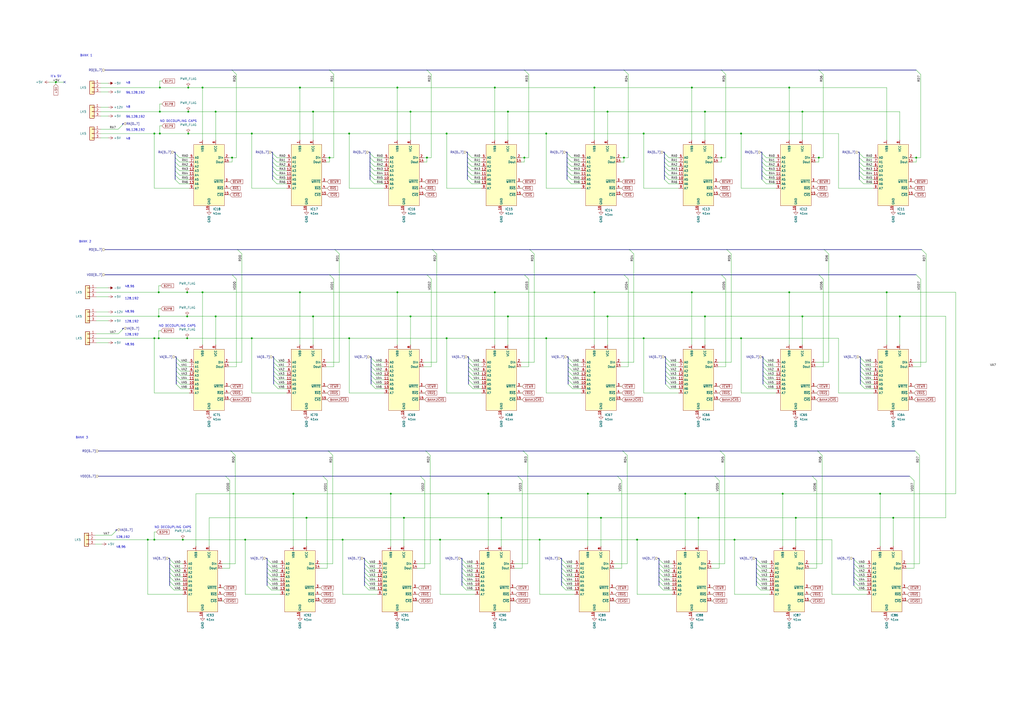
<source format=kicad_sch>
(kicad_sch (version 20230121) (generator eeschema)
  (paper "A2")
  (junction (at 429.895 196.215))
  (junction (at 109.22 64.77))
  (junction (at 238.125 64.77))
  (junction (at 108.585 196.215))
  (junction (at 401.32 50.8))
  (junction (at 352.425 183.515))
  (junction (at 92.71 64.77))
  (junction (at 369.57 313.055))
  (junction (at 89.535 313.055))
  (junction (at 230.505 50.8))
  (junction (at 177.8 300.355))
  (junction (at 316.865 196.215))
  (junction (at 92.075 169.545))
  (junction (at 259.08 196.215))
  (junction (at 510.54 286.385))
  (junction (at 202.565 77.47))
  (junction (at 247.65 91.44))
  (junction (at 173.99 50.8))
  (junction (at 457.835 50.8))
  (junction (at 514.35 169.545))
  (junction (at 344.805 169.545))
  (junction (at 85.725 313.055))
  (junction (at 352.425 64.77))
  (junction (at 401.32 169.545))
  (junction (at 92.71 50.8))
  (junction (at 348.615 300.355))
  (junction (at 373.38 77.47))
  (junction (at 457.835 169.545))
  (junction (at 125.095 183.515))
  (junction (at 92.075 196.215))
  (junction (at 465.455 183.515))
  (junction (at 518.16 300.355))
  (junction (at 146.05 77.47))
  (junction (at 238.125 183.515))
  (junction (at 181.61 64.77))
  (junction (at 465.455 64.77))
  (junction (at 181.61 183.515))
  (junction (at 474.98 91.44))
  (junction (at 344.805 50.8))
  (junction (at 89.535 196.215))
  (junction (at 304.165 91.44))
  (junction (at 230.505 169.545))
  (junction (at 340.995 286.385))
  (junction (at 109.22 50.8))
  (junction (at 287.02 169.545))
  (junction (at 418.465 91.44))
  (junction (at 259.08 77.47))
  (junction (at 109.22 77.47))
  (junction (at 397.51 286.385))
  (junction (at 226.695 286.385))
  (junction (at 202.565 196.215))
  (junction (at 117.475 50.8))
  (junction (at 426.085 313.055))
  (junction (at 134.62 91.44))
  (junction (at 92.71 77.47))
  (junction (at 454.025 286.385))
  (junction (at 255.27 313.055))
  (junction (at 89.535 77.47))
  (junction (at 361.95 91.44))
  (junction (at 170.18 286.385))
  (junction (at 108.585 183.515))
  (junction (at 373.38 196.215))
  (junction (at 146.05 196.215))
  (junction (at 92.075 183.515))
  (junction (at 191.135 91.44))
  (junction (at 108.585 169.545))
  (junction (at 198.755 313.055))
  (junction (at 290.83 300.355))
  (junction (at 142.24 313.055))
  (junction (at 521.97 183.515))
  (junction (at 125.095 64.77))
  (junction (at 106.045 313.055))
  (junction (at 316.865 77.47))
  (junction (at 408.94 183.515))
  (junction (at 461.645 300.355))
  (junction (at 408.94 64.77))
  (junction (at 405.13 300.355))
  (junction (at 117.475 169.545))
  (junction (at 313.055 313.055))
  (junction (at 287.02 50.8))
  (junction (at 32.385 47.625))
  (junction (at 531.495 91.44))
  (junction (at 173.99 169.545))
  (junction (at 429.895 77.47))
  (junction (at 234.315 300.355))
  (junction (at 294.64 64.77))
  (junction (at 294.64 183.515))
  (junction (at 283.21 286.385))
  (no_connect (at 37.465 47.625))
  (bus_entry (at 217.17 104.14) (size -2.54 -2.54))
  (bus_entry (at 387.985 99.06) (size -2.54 -2.54))
  (bus_entry (at 309.88 147.32) (size -2.54 -2.54))
  (bus_entry (at 328.295 337.185) (size -2.54 -2.54))
  (bus_entry (at 273.685 104.14) (size -2.54 -2.54))
  (bus_entry (at 196.85 147.32) (size -2.54 -2.54))
  (bus_entry (at 444.5 104.14) (size -2.54 -2.54))
  (bus_entry (at 273.685 99.06) (size -2.54 -2.54))
  (bus_entry (at 328.295 327.025) (size -2.54 -2.54))
  (bus_entry (at 270.51 329.565) (size -2.54 -2.54))
  (bus_entry (at 104.775 217.805) (size -2.54 -2.54))
  (bus_entry (at 140.335 147.32) (size -2.54 -2.54))
  (bus_entry (at 501.65 212.725) (size -2.54 -2.54))
  (bus_entry (at 331.47 99.06) (size -2.54 -2.54))
  (bus_entry (at 501.015 99.06) (size -2.54 -2.54))
  (bus_entry (at 421.005 161.925) (size -2.54 -2.54))
  (bus_entry (at 274.32 212.725) (size -2.54 -2.54))
  (bus_entry (at 384.81 337.185) (size -2.54 -2.54))
  (bus_entry (at 444.5 101.6) (size -2.54 -2.54))
  (bus_entry (at 445.135 220.345) (size -2.54 -2.54))
  (bus_entry (at 501.015 93.98) (size -2.54 -2.54))
  (bus_entry (at 161.29 225.425) (size -2.54 -2.54))
  (bus_entry (at 157.48 337.185) (size -2.54 -2.54))
  (bus_entry (at 217.17 91.44) (size -2.54 -2.54))
  (bus_entry (at 100.965 327.025) (size -2.54 -2.54))
  (bus_entry (at 384.81 342.265) (size -2.54 -2.54))
  (bus_entry (at 328.295 342.265) (size -2.54 -2.54))
  (bus_entry (at 441.325 332.105) (size -2.54 -2.54))
  (bus_entry (at 302.895 278.765) (size -2.54 -2.54))
  (bus_entry (at 332.105 217.805) (size -2.54 -2.54))
  (bus_entry (at 388.62 210.185) (size -2.54 -2.54))
  (bus_entry (at 331.47 96.52) (size -2.54 -2.54))
  (bus_entry (at 328.295 329.565) (size -2.54 -2.54))
  (bus_entry (at 160.655 104.14) (size -2.54 -2.54))
  (bus_entry (at 332.105 210.185) (size -2.54 -2.54))
  (bus_entry (at 444.5 106.68) (size -2.54 -2.54))
  (bus_entry (at 388.62 212.725) (size -2.54 -2.54))
  (bus_entry (at 160.655 93.98) (size -2.54 -2.54))
  (bus_entry (at 445.135 225.425) (size -2.54 -2.54))
  (bus_entry (at 384.81 329.565) (size -2.54 -2.54))
  (bus_entry (at 473.71 278.765) (size -2.54 -2.54))
  (bus_entry (at 104.775 210.185) (size -2.54 -2.54))
  (bus_entry (at 157.48 327.025) (size -2.54 -2.54))
  (bus_entry (at 161.29 210.185) (size -2.54 -2.54))
  (bus_entry (at 501.015 91.44) (size -2.54 -2.54))
  (bus_entry (at 217.17 93.98) (size -2.54 -2.54))
  (bus_entry (at 274.32 210.185) (size -2.54 -2.54))
  (bus_entry (at 246.38 278.765) (size -2.54 -2.54))
  (bus_entry (at 136.525 264.16) (size -2.54 -2.54))
  (bus_entry (at 306.07 264.16) (size -2.54 -2.54))
  (bus_entry (at 193.675 43.18) (size -2.54 -2.54))
  (bus_entry (at 441.325 337.185) (size -2.54 -2.54))
  (bus_entry (at 501.65 217.805) (size -2.54 -2.54))
  (bus_entry (at 444.5 96.52) (size -2.54 -2.54))
  (bus_entry (at 384.81 339.725) (size -2.54 -2.54))
  (bus_entry (at 331.47 106.68) (size -2.54 -2.54))
  (bus_entry (at 388.62 222.885) (size -2.54 -2.54))
  (bus_entry (at 160.655 106.68) (size -2.54 -2.54))
  (bus_entry (at 213.995 329.565) (size -2.54 -2.54))
  (bus_entry (at 137.16 161.925) (size -2.54 -2.54))
  (bus_entry (at 331.47 93.98) (size -2.54 -2.54))
  (bus_entry (at 217.805 212.725) (size -2.54 -2.54))
  (bus_entry (at 100.965 332.105) (size -2.54 -2.54))
  (bus_entry (at 104.775 215.265) (size -2.54 -2.54))
  (bus_entry (at 441.325 342.265) (size -2.54 -2.54))
  (bus_entry (at 441.325 334.645) (size -2.54 -2.54))
  (bus_entry (at 388.62 217.805) (size -2.54 -2.54))
  (bus_entry (at 137.16 43.18) (size -2.54 -2.54))
  (bus_entry (at 332.105 212.725) (size -2.54 -2.54))
  (bus_entry (at 68.58 74.93) (size 2.54 -2.54))
  (bus_entry (at 213.995 342.265) (size -2.54 -2.54))
  (bus_entry (at 217.805 215.265) (size -2.54 -2.54))
  (bus_entry (at 253.365 147.32) (size -2.54 -2.54))
  (bus_entry (at 270.51 342.265) (size -2.54 -2.54))
  (bus_entry (at 104.775 222.885) (size -2.54 -2.54))
  (bus_entry (at 332.105 225.425) (size -2.54 -2.54))
  (bus_entry (at 157.48 342.265) (size -2.54 -2.54))
  (bus_entry (at 217.17 96.52) (size -2.54 -2.54))
  (bus_entry (at 534.035 43.18) (size -2.54 -2.54))
  (bus_entry (at 160.655 91.44) (size -2.54 -2.54))
  (bus_entry (at 306.705 43.18) (size -2.54 -2.54))
  (bus_entry (at 306.705 161.925) (size -2.54 -2.54))
  (bus_entry (at 104.14 106.68) (size -2.54 -2.54))
  (bus_entry (at 160.655 99.06) (size -2.54 -2.54))
  (bus_entry (at 213.995 337.185) (size -2.54 -2.54))
  (bus_entry (at 387.985 96.52) (size -2.54 -2.54))
  (bus_entry (at 160.655 101.6) (size -2.54 -2.54))
  (bus_entry (at 501.015 106.68) (size -2.54 -2.54))
  (bus_entry (at 364.49 43.18) (size -2.54 -2.54))
  (bus_entry (at 363.855 264.16) (size -2.54 -2.54))
  (bus_entry (at 444.5 91.44) (size -2.54 -2.54))
  (bus_entry (at 501.015 101.6) (size -2.54 -2.54))
  (bus_entry (at 100.965 337.185) (size -2.54 -2.54))
  (bus_entry (at 104.14 96.52) (size -2.54 -2.54))
  (bus_entry (at 274.32 225.425) (size -2.54 -2.54))
  (bus_entry (at 161.29 222.885) (size -2.54 -2.54))
  (bus_entry (at 104.14 91.44) (size -2.54 -2.54))
  (bus_entry (at 100.965 339.725) (size -2.54 -2.54))
  (bus_entry (at 133.35 278.765) (size -2.54 -2.54))
  (bus_entry (at 497.84 342.265) (size -2.54 -2.54))
  (bus_entry (at 193.675 161.925) (size -2.54 -2.54))
  (bus_entry (at 161.29 220.345) (size -2.54 -2.54))
  (bus_entry (at 160.655 96.52) (size -2.54 -2.54))
  (bus_entry (at 445.135 222.885) (size -2.54 -2.54))
  (bus_entry (at 161.29 217.805) (size -2.54 -2.54))
  (bus_entry (at 420.37 264.16) (size -2.54 -2.54))
  (bus_entry (at 497.84 327.025) (size -2.54 -2.54))
  (bus_entry (at 249.555 264.16) (size -2.54 -2.54))
  (bus_entry (at 217.805 220.345) (size -2.54 -2.54))
  (bus_entry (at 270.51 327.025) (size -2.54 -2.54))
  (bus_entry (at 217.805 222.885) (size -2.54 -2.54))
  (bus_entry (at 477.52 43.18) (size -2.54 -2.54))
  (bus_entry (at 104.775 225.425) (size -2.54 -2.54))
  (bus_entry (at 273.685 96.52) (size -2.54 -2.54))
  (bus_entry (at 501.65 220.345) (size -2.54 -2.54))
  (bus_entry (at 497.84 339.725) (size -2.54 -2.54))
  (bus_entry (at 104.14 101.6) (size -2.54 -2.54))
  (bus_entry (at 421.005 43.18) (size -2.54 -2.54))
  (bus_entry (at 331.47 101.6) (size -2.54 -2.54))
  (bus_entry (at 157.48 339.725) (size -2.54 -2.54))
  (bus_entry (at 100.965 329.565) (size -2.54 -2.54))
  (bus_entry (at 250.19 161.925) (size -2.54 -2.54))
  (bus_entry (at 367.665 147.32) (size -2.54 -2.54))
  (bus_entry (at 217.17 99.06) (size -2.54 -2.54))
  (bus_entry (at 480.695 147.32) (size -2.54 -2.54))
  (bus_entry (at 497.84 329.565) (size -2.54 -2.54))
  (bus_entry (at 331.47 91.44) (size -2.54 -2.54))
  (bus_entry (at 161.29 212.725) (size -2.54 -2.54))
  (bus_entry (at 193.04 264.16) (size -2.54 -2.54))
  (bus_entry (at 424.18 147.32) (size -2.54 -2.54))
  (bus_entry (at 476.885 264.16) (size -2.54 -2.54))
  (bus_entry (at 497.84 337.185) (size -2.54 -2.54))
  (bus_entry (at 104.14 93.98) (size -2.54 -2.54))
  (bus_entry (at 441.325 329.565) (size -2.54 -2.54))
  (bus_entry (at 217.17 101.6) (size -2.54 -2.54))
  (bus_entry (at 332.105 215.265) (size -2.54 -2.54))
  (bus_entry (at 270.51 334.645) (size -2.54 -2.54))
  (bus_entry (at 530.225 278.765) (size -2.54 -2.54))
  (bus_entry (at 501.65 222.885) (size -2.54 -2.54))
  (bus_entry (at 331.47 104.14) (size -2.54 -2.54))
  (bus_entry (at 477.52 161.925) (size -2.54 -2.54))
  (bus_entry (at 417.195 278.765) (size -2.54 -2.54))
  (bus_entry (at 270.51 337.185) (size -2.54 -2.54))
  (bus_entry (at 360.68 278.765) (size -2.54 -2.54))
  (bus_entry (at 444.5 93.98) (size -2.54 -2.54))
  (bus_entry (at 388.62 220.345) (size -2.54 -2.54))
  (bus_entry (at 161.29 215.265) (size -2.54 -2.54))
  (bus_entry (at 64.77 310.515) (size 2.54 -2.54))
  (bus_entry (at 384.81 332.105) (size -2.54 -2.54))
  (bus_entry (at 384.81 327.025) (size -2.54 -2.54))
  (bus_entry (at 445.135 210.185) (size -2.54 -2.54))
  (bus_entry (at 445.135 215.265) (size -2.54 -2.54))
  (bus_entry (at 501.65 225.425) (size -2.54 -2.54))
  (bus_entry (at 534.035 161.925) (size -2.54 -2.54))
  (bus_entry (at 387.985 104.14) (size -2.54 -2.54))
  (bus_entry (at 189.865 278.765) (size -2.54 -2.54))
  (bus_entry (at 328.295 339.725) (size -2.54 -2.54))
  (bus_entry (at 213.995 339.725) (size -2.54 -2.54))
  (bus_entry (at 157.48 334.645) (size -2.54 -2.54))
  (bus_entry (at 501.65 215.265) (size -2.54 -2.54))
  (bus_entry (at 444.5 99.06) (size -2.54 -2.54))
  (bus_entry (at 68.58 193.675) (size 2.54 -2.54))
  (bus_entry (at 213.995 332.105) (size -2.54 -2.54))
  (bus_entry (at 274.32 217.805) (size -2.54 -2.54))
  (bus_entry (at 273.685 106.68) (size -2.54 -2.54))
  (bus_entry (at 104.775 220.345) (size -2.54 -2.54))
  (bus_entry (at 384.81 334.645) (size -2.54 -2.54))
  (bus_entry (at 104.14 99.06) (size -2.54 -2.54))
  (bus_entry (at 497.84 332.105) (size -2.54 -2.54))
  (bus_entry (at 332.105 222.885) (size -2.54 -2.54))
  (bus_entry (at 270.51 332.105) (size -2.54 -2.54))
  (bus_entry (at 387.985 93.98) (size -2.54 -2.54))
  (bus_entry (at 273.685 101.6) (size -2.54 -2.54))
  (bus_entry (at 157.48 332.105) (size -2.54 -2.54))
  (bus_entry (at 445.135 217.805) (size -2.54 -2.54))
  (bus_entry (at 273.685 93.98) (size -2.54 -2.54))
  (bus_entry (at 501.65 210.185) (size -2.54 -2.54))
  (bus_entry (at 250.19 43.18) (size -2.54 -2.54))
  (bus_entry (at 501.015 96.52) (size -2.54 -2.54))
  (bus_entry (at 100.965 334.645) (size -2.54 -2.54))
  (bus_entry (at 364.49 161.925) (size -2.54 -2.54))
  (bus_entry (at 441.325 327.025) (size -2.54 -2.54))
  (bus_entry (at 217.17 106.68) (size -2.54 -2.54))
  (bus_entry (at 100.965 342.265) (size -2.54 -2.54))
  (bus_entry (at 387.985 101.6) (size -2.54 -2.54))
  (bus_entry (at 388.62 215.265) (size -2.54 -2.54))
  (bus_entry (at 274.32 220.345) (size -2.54 -2.54))
  (bus_entry (at 387.985 106.68) (size -2.54 -2.54))
  (bus_entry (at 328.295 332.105) (size -2.54 -2.54))
  (bus_entry (at 533.4 264.16) (size -2.54 -2.54))
  (bus_entry (at 217.805 210.185) (size -2.54 -2.54))
  (bus_entry (at 213.995 327.025) (size -2.54 -2.54))
  (bus_entry (at 217.805 225.425) (size -2.54 -2.54))
  (bus_entry (at 104.775 212.725) (size -2.54 -2.54))
  (bus_entry (at 274.32 222.885) (size -2.54 -2.54))
  (bus_entry (at 441.325 339.725) (size -2.54 -2.54))
  (bus_entry (at 104.14 104.14) (size -2.54 -2.54))
  (bus_entry (at 213.995 334.645) (size -2.54 -2.54))
  (bus_entry (at 270.51 339.725) (size -2.54 -2.54))
  (bus_entry (at 501.015 104.14) (size -2.54 -2.54))
  (bus_entry (at 387.985 91.44) (size -2.54 -2.54))
  (bus_entry (at 332.105 220.345) (size -2.54 -2.54))
  (bus_entry (at 445.135 212.725) (size -2.54 -2.54))
  (bus_entry (at 537.21 147.32) (size -2.54 -2.54))
  (bus_entry (at 388.62 225.425) (size -2.54 -2.54))
  (bus_entry (at 497.84 334.645) (size -2.54 -2.54))
  (bus_entry (at 273.685 91.44) (size -2.54 -2.54))
  (bus_entry (at 217.805 217.805) (size -2.54 -2.54))
  (bus_entry (at 274.32 215.265) (size -2.54 -2.54))
  (bus_entry (at 157.48 329.565) (size -2.54 -2.54))
  (bus_entry (at 328.295 334.645) (size -2.54 -2.54))
  (wire (pts (xy 302.895 224.155) (xy 302.26 224.155)))
  (wire (pts (xy 92.075 183.515) (xy 108.585 183.515)))
  (wire (pts (xy 316.865 77.47) (xy 316.865 109.22)))
  (bus (pts (xy 478.155 144.78) (xy 534.67 144.78)))
  (wire (pts (xy 189.865 278.765) (xy 189.865 329.565)))
  (bus (pts (xy 102.235 210.185) (xy 102.235 212.725)))
  (wire (pts (xy 222.885 210.185) (xy 217.805 210.185)))
  (bus (pts (xy 102.235 207.645) (xy 102.235 210.185)))
  (wire (pts (xy 333.375 334.645) (xy 328.295 334.645)))
  (wire (pts (xy 92.71 50.8) (xy 109.22 50.8)))
  (wire (pts (xy 529.59 212.725) (xy 534.035 212.725)))
  (wire (pts (xy 465.455 183.515) (xy 465.455 200.025)))
  (wire (pts (xy 393.7 104.14) (xy 387.985 104.14)))
  (bus (pts (xy 211.455 327.025) (xy 211.455 329.565)))
  (bus (pts (xy 328.93 93.98) (xy 328.93 96.52)))
  (wire (pts (xy 133.35 278.765) (xy 133.35 329.565)))
  (bus (pts (xy 194.31 144.78) (xy 250.825 144.78)))
  (wire (pts (xy 389.89 342.265) (xy 384.81 342.265)))
  (wire (pts (xy 279.4 215.265) (xy 274.32 215.265)))
  (wire (pts (xy 416.56 212.725) (xy 421.005 212.725)))
  (wire (pts (xy 457.835 50.8) (xy 514.35 50.8)))
  (wire (pts (xy 429.895 196.215) (xy 486.41 196.215)))
  (wire (pts (xy 473.71 224.155) (xy 473.075 224.155)))
  (wire (pts (xy 230.505 169.545) (xy 287.02 169.545)))
  (bus (pts (xy 158.115 88.265) (xy 158.115 88.9)))
  (bus (pts (xy 498.475 99.06) (xy 498.475 101.6)))
  (wire (pts (xy 202.565 196.215) (xy 202.565 227.965)))
  (wire (pts (xy 230.505 169.545) (xy 230.505 200.025)))
  (wire (pts (xy 474.98 91.44) (xy 477.52 91.44)))
  (wire (pts (xy 92.075 196.215) (xy 108.585 196.215)))
  (wire (pts (xy 230.505 50.8) (xy 230.505 81.28)))
  (bus (pts (xy 441.96 96.52) (xy 441.96 99.06)))
  (wire (pts (xy 279.4 212.725) (xy 274.32 212.725)))
  (wire (pts (xy 418.465 91.44) (xy 421.005 91.44)))
  (wire (pts (xy 92.075 179.07) (xy 92.075 183.515)))
  (wire (pts (xy 405.13 300.355) (xy 405.13 316.865)))
  (bus (pts (xy 271.145 93.98) (xy 271.145 96.52)))
  (wire (pts (xy 393.7 227.965) (xy 373.38 227.965)))
  (bus (pts (xy 101.6 93.98) (xy 101.6 96.52)))
  (bus (pts (xy 325.755 334.645) (xy 325.755 337.185)))
  (wire (pts (xy 518.16 300.355) (xy 518.16 316.865)))
  (wire (pts (xy 219.075 334.645) (xy 213.995 334.645)))
  (bus (pts (xy 102.235 212.725) (xy 102.235 215.265)))
  (wire (pts (xy 337.185 220.345) (xy 332.105 220.345)))
  (wire (pts (xy 125.095 183.515) (xy 125.095 200.025)))
  (wire (pts (xy 469.9 344.805) (xy 469.265 344.805)))
  (bus (pts (xy 100.965 88.265) (xy 101.6 88.265)))
  (wire (pts (xy 222.885 225.425) (xy 217.805 225.425)))
  (wire (pts (xy 304.165 91.44) (xy 306.705 91.44)))
  (wire (pts (xy 193.675 161.925) (xy 193.675 212.725)))
  (wire (pts (xy 32.385 47.625) (xy 37.465 47.625)))
  (wire (pts (xy 474.98 93.98) (xy 474.98 91.44)))
  (bus (pts (xy 214.63 93.98) (xy 214.63 96.52)))
  (bus (pts (xy 158.75 207.01) (xy 158.75 207.645)))
  (wire (pts (xy 186.055 348.615) (xy 185.42 348.615)))
  (bus (pts (xy 382.27 329.565) (xy 382.27 332.105)))
  (wire (pts (xy 306.705 43.18) (xy 306.705 91.44)))
  (bus (pts (xy 158.115 91.44) (xy 158.115 93.98)))
  (wire (pts (xy 337.185 227.965) (xy 316.865 227.965)))
  (wire (pts (xy 219.075 339.725) (xy 213.995 339.725)))
  (wire (pts (xy 283.21 286.385) (xy 283.21 316.865)))
  (wire (pts (xy 121.285 300.355) (xy 121.285 316.865)))
  (bus (pts (xy 154.94 327.025) (xy 154.94 329.565)))
  (wire (pts (xy 166.37 93.98) (xy 160.655 93.98)))
  (bus (pts (xy 386.08 212.725) (xy 386.08 215.265)))
  (wire (pts (xy 473.71 227.965) (xy 473.075 227.965)))
  (wire (pts (xy 133.35 109.22) (xy 132.715 109.22)))
  (bus (pts (xy 386.08 207.645) (xy 386.08 210.185)))
  (bus (pts (xy 382.27 324.485) (xy 382.27 327.025)))
  (wire (pts (xy 189.865 224.155) (xy 189.23 224.155)))
  (wire (pts (xy 506.73 93.98) (xy 501.015 93.98)))
  (bus (pts (xy 418.465 159.385) (xy 474.98 159.385)))
  (wire (pts (xy 89.535 308.61) (xy 89.535 313.055)))
  (bus (pts (xy 328.93 99.06) (xy 328.93 101.6)))
  (bus (pts (xy 271.78 217.805) (xy 271.78 220.345)))
  (wire (pts (xy 290.83 300.355) (xy 348.615 300.355)))
  (wire (pts (xy 554.355 286.385) (xy 510.54 286.385)))
  (wire (pts (xy 259.08 196.215) (xy 316.865 196.215)))
  (wire (pts (xy 397.51 286.385) (xy 397.51 316.865)))
  (wire (pts (xy 356.87 340.995) (xy 356.235 340.995)))
  (bus (pts (xy 101.6 101.6) (xy 101.6 104.14)))
  (bus (pts (xy 154.305 323.85) (xy 154.94 323.85)))
  (wire (pts (xy 117.475 169.545) (xy 173.99 169.545)))
  (wire (pts (xy 89.535 313.055) (xy 106.045 313.055)))
  (bus (pts (xy 154.94 334.645) (xy 154.94 337.185)))
  (wire (pts (xy 55.88 172.085) (xy 62.865 172.085)))
  (wire (pts (xy 279.4 106.68) (xy 273.685 106.68)))
  (bus (pts (xy 329.565 207.645) (xy 329.565 210.185)))
  (wire (pts (xy 275.59 337.185) (xy 270.51 337.185)))
  (bus (pts (xy 385.445 99.06) (xy 385.445 101.6)))
  (wire (pts (xy 401.32 50.8) (xy 457.835 50.8)))
  (bus (pts (xy 441.96 91.44) (xy 441.96 93.98)))
  (bus (pts (xy 325.755 337.185) (xy 325.755 339.725)))
  (wire (pts (xy 283.21 286.385) (xy 340.995 286.385)))
  (wire (pts (xy 534.035 161.925) (xy 534.035 212.725)))
  (bus (pts (xy 382.27 327.025) (xy 382.27 329.565)))
  (wire (pts (xy 510.54 286.385) (xy 510.54 316.865)))
  (wire (pts (xy 106.045 332.105) (xy 100.965 332.105)))
  (wire (pts (xy 302.895 113.03) (xy 302.26 113.03)))
  (wire (pts (xy 109.855 109.22) (xy 89.535 109.22)))
  (bus (pts (xy 271.145 91.44) (xy 271.145 93.98)))
  (wire (pts (xy 166.37 96.52) (xy 160.655 96.52)))
  (wire (pts (xy 275.59 327.025) (xy 270.51 327.025)))
  (bus (pts (xy 158.75 212.725) (xy 158.75 215.265)))
  (wire (pts (xy 189.865 105.41) (xy 189.23 105.41)))
  (wire (pts (xy 417.195 227.965) (xy 416.56 227.965)))
  (bus (pts (xy 438.785 324.485) (xy 438.785 327.025)))
  (wire (pts (xy 173.99 50.8) (xy 230.505 50.8)))
  (wire (pts (xy 473.71 231.775) (xy 473.075 231.775)))
  (wire (pts (xy 337.185 101.6) (xy 331.47 101.6)))
  (bus (pts (xy 158.115 101.6) (xy 158.115 104.14)))
  (bus (pts (xy 214.63 96.52) (xy 214.63 99.06)))
  (wire (pts (xy 255.27 313.055) (xy 313.055 313.055)))
  (wire (pts (xy 389.89 337.185) (xy 384.81 337.185)))
  (wire (pts (xy 393.7 106.68) (xy 387.985 106.68)))
  (wire (pts (xy 313.055 313.055) (xy 369.57 313.055)))
  (wire (pts (xy 369.57 313.055) (xy 426.085 313.055)))
  (wire (pts (xy 92.71 64.77) (xy 109.22 64.77)))
  (bus (pts (xy 130.81 276.225) (xy 187.325 276.225)))
  (wire (pts (xy 113.665 286.385) (xy 113.665 316.865)))
  (bus (pts (xy 438.785 332.105) (xy 438.785 334.645)))
  (wire (pts (xy 525.78 329.565) (xy 530.225 329.565)))
  (bus (pts (xy 328.93 91.44) (xy 328.93 93.98)))
  (wire (pts (xy 173.99 50.8) (xy 173.99 81.28)))
  (bus (pts (xy 384.81 88.265) (xy 385.445 88.265)))
  (wire (pts (xy 242.57 344.805) (xy 241.935 344.805)))
  (wire (pts (xy 506.73 210.185) (xy 501.65 210.185)))
  (wire (pts (xy 106.045 334.645) (xy 100.965 334.645)))
  (wire (pts (xy 356.235 329.565) (xy 360.68 329.565)))
  (wire (pts (xy 446.405 329.565) (xy 441.325 329.565)))
  (wire (pts (xy 185.42 327.025) (xy 193.04 327.025)))
  (wire (pts (xy 533.4 327.025) (xy 533.4 264.16)))
  (wire (pts (xy 246.38 105.41) (xy 245.745 105.41)))
  (bus (pts (xy 441.96 88.9) (xy 441.96 91.44)))
  (wire (pts (xy 140.335 210.185) (xy 140.335 147.32)))
  (wire (pts (xy 506.73 104.14) (xy 501.015 104.14)))
  (wire (pts (xy 294.64 64.77) (xy 294.64 81.28)))
  (bus (pts (xy 158.75 210.185) (xy 158.75 212.725)))
  (bus (pts (xy 71.755 71.755) (xy 71.12 71.755)))
  (bus (pts (xy 303.53 261.62) (xy 361.315 261.62)))
  (bus (pts (xy 304.165 40.64) (xy 361.95 40.64)))
  (wire (pts (xy 275.59 334.645) (xy 270.51 334.645)))
  (wire (pts (xy 189.23 91.44) (xy 191.135 91.44)))
  (wire (pts (xy 340.995 286.385) (xy 397.51 286.385)))
  (wire (pts (xy 450.215 109.22) (xy 429.895 109.22)))
  (wire (pts (xy 290.83 300.355) (xy 290.83 316.865)))
  (bus (pts (xy 442.595 207.645) (xy 442.595 210.185)))
  (bus (pts (xy 247.015 261.62) (xy 303.53 261.62)))
  (wire (pts (xy 238.125 64.77) (xy 294.64 64.77)))
  (bus (pts (xy 386.08 220.345) (xy 386.08 222.885)))
  (wire (pts (xy 454.025 286.385) (xy 510.54 286.385)))
  (wire (pts (xy 85.725 313.055) (xy 85.725 344.805)))
  (wire (pts (xy 222.885 227.965) (xy 202.565 227.965)))
  (wire (pts (xy 250.19 161.925) (xy 250.19 212.725)))
  (wire (pts (xy 298.45 327.025) (xy 306.07 327.025)))
  (bus (pts (xy 300.355 276.225) (xy 358.14 276.225)))
  (bus (pts (xy 361.315 261.62) (xy 417.83 261.62)))
  (wire (pts (xy 58.42 67.31) (xy 62.865 67.31)))
  (wire (pts (xy 473.075 91.44) (xy 474.98 91.44)))
  (wire (pts (xy 181.61 183.515) (xy 238.125 183.515)))
  (wire (pts (xy 162.56 334.645) (xy 157.48 334.645)))
  (wire (pts (xy 477.52 161.925) (xy 477.52 212.725)))
  (wire (pts (xy 502.92 329.565) (xy 497.84 329.565)))
  (wire (pts (xy 279.4 210.185) (xy 274.32 210.185)))
  (wire (pts (xy 521.97 64.77) (xy 521.97 81.28)))
  (wire (pts (xy 109.855 225.425) (xy 104.775 225.425)))
  (wire (pts (xy 238.125 64.77) (xy 238.125 81.28)))
  (bus (pts (xy 271.145 88.265) (xy 271.145 88.9)))
  (bus (pts (xy 328.93 88.265) (xy 328.93 88.9)))
  (wire (pts (xy 450.215 212.725) (xy 445.135 212.725)))
  (wire (pts (xy 337.185 222.885) (xy 332.105 222.885)))
  (bus (pts (xy 154.94 337.185) (xy 154.94 339.725)))
  (wire (pts (xy 506.73 101.6) (xy 501.015 101.6)))
  (wire (pts (xy 393.7 212.725) (xy 388.62 212.725)))
  (bus (pts (xy 215.265 212.725) (xy 215.265 215.265)))
  (wire (pts (xy 408.94 183.515) (xy 465.455 183.515)))
  (wire (pts (xy 364.49 43.18) (xy 364.49 91.44)))
  (wire (pts (xy 93.345 165.735) (xy 92.075 165.735)))
  (wire (pts (xy 502.92 332.105) (xy 497.84 332.105)))
  (wire (pts (xy 530.225 109.22) (xy 529.59 109.22)))
  (wire (pts (xy 502.92 327.025) (xy 497.84 327.025)))
  (bus (pts (xy 361.95 40.64) (xy 418.465 40.64)))
  (bus (pts (xy 441.325 88.265) (xy 441.96 88.265)))
  (wire (pts (xy 166.37 91.44) (xy 160.655 91.44)))
  (wire (pts (xy 222.885 91.44) (xy 217.17 91.44)))
  (bus (pts (xy 498.475 88.265) (xy 498.475 88.9)))
  (wire (pts (xy 133.35 105.41) (xy 132.715 105.41)))
  (wire (pts (xy 465.455 64.77) (xy 521.97 64.77)))
  (wire (pts (xy 393.7 210.185) (xy 388.62 210.185)))
  (wire (pts (xy 408.94 64.77) (xy 408.94 81.28)))
  (wire (pts (xy 450.215 101.6) (xy 444.5 101.6)))
  (wire (pts (xy 393.7 93.98) (xy 387.985 93.98)))
  (wire (pts (xy 189.865 109.22) (xy 189.23 109.22)))
  (wire (pts (xy 55.88 169.545) (xy 92.075 169.545)))
  (wire (pts (xy 146.05 77.47) (xy 146.05 109.22)))
  (wire (pts (xy 162.56 342.265) (xy 157.48 342.265)))
  (wire (pts (xy 275.59 329.565) (xy 270.51 329.565)))
  (wire (pts (xy 241.935 329.565) (xy 246.38 329.565)))
  (wire (pts (xy 132.715 91.44) (xy 134.62 91.44)))
  (wire (pts (xy 198.755 313.055) (xy 255.27 313.055)))
  (wire (pts (xy 337.185 93.98) (xy 331.47 93.98)))
  (wire (pts (xy 316.865 77.47) (xy 373.38 77.47)))
  (wire (pts (xy 142.24 313.055) (xy 142.24 344.805)))
  (wire (pts (xy 373.38 196.215) (xy 429.895 196.215)))
  (wire (pts (xy 189.865 113.03) (xy 189.23 113.03)))
  (wire (pts (xy 450.215 99.06) (xy 444.5 99.06)))
  (bus (pts (xy 158.75 215.265) (xy 158.75 217.805)))
  (wire (pts (xy 408.94 183.515) (xy 408.94 200.025)))
  (wire (pts (xy 360.68 278.765) (xy 360.68 329.565)))
  (wire (pts (xy 85.725 313.055) (xy 89.535 313.055)))
  (wire (pts (xy 55.245 310.515) (xy 64.77 310.515)))
  (wire (pts (xy 128.905 327.025) (xy 136.525 327.025)))
  (wire (pts (xy 360.045 212.725) (xy 364.49 212.725)))
  (wire (pts (xy 416.56 210.185) (xy 424.18 210.185)))
  (bus (pts (xy 498.475 207.01) (xy 499.11 207.01)))
  (wire (pts (xy 137.16 43.18) (xy 137.16 91.44)))
  (wire (pts (xy 109.855 101.6) (xy 104.14 101.6)))
  (bus (pts (xy 215.265 207.01) (xy 215.265 207.645)))
  (wire (pts (xy 238.125 183.515) (xy 294.64 183.515)))
  (wire (pts (xy 364.49 161.925) (xy 364.49 212.725)))
  (wire (pts (xy 133.35 231.775) (xy 132.715 231.775)))
  (wire (pts (xy 279.4 96.52) (xy 273.685 96.52)))
  (bus (pts (xy 495.3 327.025) (xy 495.3 329.565)))
  (wire (pts (xy 417.195 278.765) (xy 417.195 329.565)))
  (bus (pts (xy 211.455 337.185) (xy 211.455 339.725)))
  (wire (pts (xy 246.38 227.965) (xy 245.745 227.965)))
  (wire (pts (xy 360.045 210.185) (xy 367.665 210.185)))
  (wire (pts (xy 408.94 64.77) (xy 465.455 64.77)))
  (wire (pts (xy 181.61 64.77) (xy 181.61 81.28)))
  (wire (pts (xy 526.415 344.805) (xy 525.78 344.805)))
  (wire (pts (xy 222.885 101.6) (xy 217.17 101.6)))
  (bus (pts (xy 329.565 210.185) (xy 329.565 212.725)))
  (bus (pts (xy 267.97 337.185) (xy 267.97 339.725)))
  (wire (pts (xy 313.055 313.055) (xy 313.055 344.805)))
  (wire (pts (xy 518.16 300.355) (xy 548.64 300.355)))
  (wire (pts (xy 457.835 169.545) (xy 514.35 169.545)))
  (wire (pts (xy 465.455 64.77) (xy 465.455 81.28)))
  (bus (pts (xy 442.595 210.185) (xy 442.595 212.725)))
  (wire (pts (xy 360.045 91.44) (xy 361.95 91.44)))
  (wire (pts (xy 106.045 329.565) (xy 100.965 329.565)))
  (wire (pts (xy 109.855 220.345) (xy 104.775 220.345)))
  (wire (pts (xy 340.995 286.385) (xy 340.995 316.865)))
  (wire (pts (xy 275.59 339.725) (xy 270.51 339.725)))
  (wire (pts (xy 133.35 113.03) (xy 132.715 113.03)))
  (wire (pts (xy 55.88 198.755) (xy 62.865 198.755)))
  (wire (pts (xy 502.92 337.185) (xy 497.84 337.185)))
  (wire (pts (xy 245.745 91.44) (xy 247.65 91.44)))
  (wire (pts (xy 424.18 210.185) (xy 424.18 147.32)))
  (bus (pts (xy 271.78 210.185) (xy 271.78 212.725)))
  (bus (pts (xy 385.445 96.52) (xy 385.445 99.06)))
  (wire (pts (xy 450.215 227.965) (xy 429.895 227.965)))
  (wire (pts (xy 109.855 222.885) (xy 104.775 222.885)))
  (bus (pts (xy 499.11 220.345) (xy 499.11 222.885)))
  (wire (pts (xy 502.92 334.645) (xy 497.84 334.645)))
  (wire (pts (xy 412.75 327.025) (xy 420.37 327.025)))
  (wire (pts (xy 162.56 332.105) (xy 157.48 332.105)))
  (bus (pts (xy 67.945 307.34) (xy 67.31 307.34)))
  (wire (pts (xy 420.37 327.025) (xy 420.37 264.16)))
  (bus (pts (xy 438.785 329.565) (xy 438.785 332.105)))
  (wire (pts (xy 306.705 161.925) (xy 306.705 212.725)))
  (bus (pts (xy 158.115 96.52) (xy 158.115 99.06)))
  (wire (pts (xy 482.6 313.055) (xy 482.6 344.805)))
  (wire (pts (xy 302.26 91.44) (xy 304.165 91.44)))
  (wire (pts (xy 222.885 212.725) (xy 217.805 212.725)))
  (bus (pts (xy 211.455 323.85) (xy 211.455 324.485)))
  (bus (pts (xy 498.475 101.6) (xy 498.475 104.14)))
  (bus (pts (xy 417.83 261.62) (xy 474.345 261.62)))
  (wire (pts (xy 299.085 344.805) (xy 298.45 344.805)))
  (bus (pts (xy 499.11 215.265) (xy 499.11 217.805)))
  (wire (pts (xy 230.505 50.8) (xy 287.02 50.8)))
  (wire (pts (xy 219.075 337.185) (xy 213.995 337.185)))
  (wire (pts (xy 89.535 308.61) (xy 90.805 308.61)))
  (wire (pts (xy 526.415 348.615) (xy 525.78 348.615)))
  (bus (pts (xy 60.96 159.385) (xy 134.62 159.385)))
  (bus (pts (xy 441.96 99.06) (xy 441.96 101.6)))
  (wire (pts (xy 219.075 327.025) (xy 213.995 327.025)))
  (bus (pts (xy 271.145 101.6) (xy 271.145 104.14)))
  (wire (pts (xy 92.71 73.025) (xy 93.98 73.025)))
  (wire (pts (xy 108.585 183.515) (xy 125.095 183.515)))
  (wire (pts (xy 348.615 300.355) (xy 348.615 316.865)))
  (wire (pts (xy 58.42 74.93) (xy 68.58 74.93)))
  (wire (pts (xy 166.37 225.425) (xy 161.29 225.425)))
  (bus (pts (xy 385.445 91.44) (xy 385.445 93.98)))
  (bus (pts (xy 102.235 217.805) (xy 102.235 220.345)))
  (wire (pts (xy 450.215 220.345) (xy 445.135 220.345)))
  (bus (pts (xy 382.27 323.85) (xy 382.27 324.485)))
  (bus (pts (xy 438.785 337.185) (xy 438.785 339.725)))
  (bus (pts (xy 495.3 324.485) (xy 495.3 327.025)))
  (wire (pts (xy 222.885 104.14) (xy 217.17 104.14)))
  (wire (pts (xy 299.085 348.615) (xy 298.45 348.615)))
  (bus (pts (xy 137.795 144.78) (xy 194.31 144.78)))
  (wire (pts (xy 401.32 169.545) (xy 457.835 169.545)))
  (wire (pts (xy 514.35 169.545) (xy 554.355 169.545)))
  (bus (pts (xy 267.97 334.645) (xy 267.97 337.185)))
  (bus (pts (xy 97.79 323.85) (xy 98.425 323.85)))
  (wire (pts (xy 55.88 193.675) (xy 68.58 193.675)))
  (wire (pts (xy 413.385 348.615) (xy 412.75 348.615)))
  (wire (pts (xy 136.525 327.025) (xy 136.525 264.16)))
  (wire (pts (xy 473.075 212.725) (xy 477.52 212.725)))
  (wire (pts (xy 454.025 286.385) (xy 454.025 316.865)))
  (bus (pts (xy 57.15 276.225) (xy 130.81 276.225)))
  (bus (pts (xy 71.755 190.5) (xy 71.12 190.5)))
  (bus (pts (xy 102.235 220.345) (xy 102.235 222.885)))
  (wire (pts (xy 429.895 77.47) (xy 429.895 109.22)))
  (wire (pts (xy 246.38 109.22) (xy 245.745 109.22)))
  (bus (pts (xy 158.115 207.01) (xy 158.75 207.01)))
  (bus (pts (xy 438.785 334.645) (xy 438.785 337.185)))
  (wire (pts (xy 247.65 93.98) (xy 247.65 91.44)))
  (wire (pts (xy 55.88 183.515) (xy 92.075 183.515)))
  (wire (pts (xy 58.42 77.47) (xy 89.535 77.47)))
  (bus (pts (xy 271.145 99.06) (xy 271.145 101.6)))
  (wire (pts (xy 457.835 169.545) (xy 457.835 200.025)))
  (bus (pts (xy 307.34 144.78) (xy 365.125 144.78)))
  (wire (pts (xy 89.535 77.47) (xy 92.71 77.47)))
  (wire (pts (xy 298.45 329.565) (xy 302.895 329.565)))
  (wire (pts (xy 146.05 77.47) (xy 202.565 77.47)))
  (wire (pts (xy 361.95 93.98) (xy 361.95 91.44)))
  (bus (pts (xy 215.265 210.185) (xy 215.265 212.725)))
  (wire (pts (xy 109.855 215.265) (xy 104.775 215.265)))
  (wire (pts (xy 222.885 222.885) (xy 217.805 222.885)))
  (wire (pts (xy 170.18 286.385) (xy 226.695 286.385)))
  (wire (pts (xy 373.38 196.215) (xy 373.38 227.965)))
  (wire (pts (xy 259.08 77.47) (xy 259.08 109.22)))
  (wire (pts (xy 413.385 340.995) (xy 412.75 340.995)))
  (wire (pts (xy 348.615 300.355) (xy 405.13 300.355)))
  (wire (pts (xy 125.095 183.515) (xy 181.61 183.515)))
  (bus (pts (xy 385.445 88.9) (xy 385.445 91.44)))
  (wire (pts (xy 393.7 109.22) (xy 373.38 109.22)))
  (bus (pts (xy 474.98 40.64) (xy 531.495 40.64)))
  (bus (pts (xy 191.135 159.385) (xy 247.65 159.385)))
  (wire (pts (xy 506.73 227.965) (xy 486.41 227.965)))
  (bus (pts (xy 382.27 337.185) (xy 382.27 339.725)))
  (wire (pts (xy 502.92 342.265) (xy 497.84 342.265)))
  (bus (pts (xy 381.635 323.85) (xy 382.27 323.85)))
  (wire (pts (xy 191.135 91.44) (xy 193.675 91.44)))
  (wire (pts (xy 473.71 109.22) (xy 473.075 109.22)))
  (bus (pts (xy 271.145 88.9) (xy 271.145 91.44)))
  (wire (pts (xy 28.575 47.625) (xy 32.385 47.625)))
  (wire (pts (xy 344.805 50.8) (xy 401.32 50.8)))
  (bus (pts (xy 67.31 307.34) (xy 67.31 307.975)))
  (bus (pts (xy 101.6 88.265) (xy 101.6 88.9)))
  (wire (pts (xy 304.165 93.98) (xy 304.165 91.44)))
  (wire (pts (xy 514.35 169.545) (xy 514.35 200.025)))
  (wire (pts (xy 181.61 64.77) (xy 238.125 64.77)))
  (bus (pts (xy 214.63 101.6) (xy 214.63 104.14)))
  (wire (pts (xy 446.405 327.025) (xy 441.325 327.025)))
  (wire (pts (xy 109.22 50.8) (xy 117.475 50.8)))
  (wire (pts (xy 446.405 334.645) (xy 441.325 334.645)))
  (wire (pts (xy 55.245 315.595) (xy 59.055 315.595)))
  (wire (pts (xy 222.885 215.265) (xy 217.805 215.265)))
  (bus (pts (xy 385.445 88.265) (xy 385.445 88.9)))
  (wire (pts (xy 279.4 91.44) (xy 273.685 91.44)))
  (bus (pts (xy 499.11 210.185) (xy 499.11 212.725)))
  (wire (pts (xy 360.68 109.22) (xy 360.045 109.22)))
  (bus (pts (xy 498.475 91.44) (xy 498.475 93.98)))
  (wire (pts (xy 302.895 231.775) (xy 302.26 231.775)))
  (wire (pts (xy 189.23 93.98) (xy 191.135 93.98)))
  (wire (pts (xy 185.42 329.565) (xy 189.865 329.565)))
  (wire (pts (xy 181.61 183.515) (xy 181.61 200.025)))
  (bus (pts (xy 267.97 323.85) (xy 267.97 324.485)))
  (wire (pts (xy 530.225 231.775) (xy 529.59 231.775)))
  (wire (pts (xy 393.7 225.425) (xy 388.62 225.425)))
  (wire (pts (xy 530.225 227.965) (xy 529.59 227.965)))
  (bus (pts (xy 158.75 220.345) (xy 158.75 222.885)))
  (wire (pts (xy 166.37 217.805) (xy 161.29 217.805)))
  (wire (pts (xy 337.185 210.185) (xy 332.105 210.185)))
  (wire (pts (xy 106.045 313.055) (xy 142.24 313.055)))
  (wire (pts (xy 446.405 332.105) (xy 441.325 332.105)))
  (wire (pts (xy 461.645 300.355) (xy 518.16 300.355)))
  (bus (pts (xy 385.445 93.98) (xy 385.445 96.52)))
  (wire (pts (xy 177.8 300.355) (xy 234.315 300.355)))
  (wire (pts (xy 191.135 93.98) (xy 191.135 91.44)))
  (wire (pts (xy 302.26 210.185) (xy 309.88 210.185)))
  (bus (pts (xy 498.475 93.98) (xy 498.475 96.52)))
  (wire (pts (xy 393.7 222.885) (xy 388.62 222.885)))
  (wire (pts (xy 506.73 99.06) (xy 501.015 99.06)))
  (wire (pts (xy 162.56 339.725) (xy 157.48 339.725)))
  (wire (pts (xy 108.585 169.545) (xy 117.475 169.545)))
  (wire (pts (xy 129.54 344.805) (xy 128.905 344.805)))
  (wire (pts (xy 393.7 91.44) (xy 387.985 91.44)))
  (bus (pts (xy 213.995 88.265) (xy 214.63 88.265)))
  (wire (pts (xy 413.385 344.805) (xy 412.75 344.805)))
  (bus (pts (xy 441.96 207.01) (xy 442.595 207.01)))
  (wire (pts (xy 92.71 73.025) (xy 92.71 77.47)))
  (wire (pts (xy 55.245 313.055) (xy 85.725 313.055)))
  (wire (pts (xy 486.41 77.47) (xy 486.41 109.22)))
  (wire (pts (xy 506.73 222.885) (xy 501.65 222.885)))
  (bus (pts (xy 304.165 159.385) (xy 361.95 159.385)))
  (bus (pts (xy 386.08 207.01) (xy 386.08 207.645)))
  (bus (pts (xy 382.27 334.645) (xy 382.27 337.185)))
  (wire (pts (xy 421.005 161.925) (xy 421.005 212.725)))
  (bus (pts (xy 267.97 327.025) (xy 267.97 329.565)))
  (bus (pts (xy 154.94 323.85) (xy 154.94 324.485)))
  (wire (pts (xy 506.73 212.725) (xy 501.65 212.725)))
  (bus (pts (xy 271.78 212.725) (xy 271.78 215.265)))
  (wire (pts (xy 173.99 169.545) (xy 173.99 200.025)))
  (wire (pts (xy 166.37 109.22) (xy 146.05 109.22)))
  (wire (pts (xy 129.54 340.995) (xy 128.905 340.995)))
  (wire (pts (xy 238.125 183.515) (xy 238.125 200.025)))
  (wire (pts (xy 109.855 91.44) (xy 104.14 91.44)))
  (bus (pts (xy 98.425 324.485) (xy 98.425 327.025)))
  (wire (pts (xy 514.35 50.8) (xy 514.35 81.28)))
  (wire (pts (xy 166.37 222.885) (xy 161.29 222.885)))
  (wire (pts (xy 389.89 327.025) (xy 384.81 327.025)))
  (wire (pts (xy 106.045 327.025) (xy 100.965 327.025)))
  (wire (pts (xy 162.56 327.025) (xy 157.48 327.025)))
  (wire (pts (xy 393.7 215.265) (xy 388.62 215.265)))
  (bus (pts (xy 385.445 101.6) (xy 385.445 104.14)))
  (bus (pts (xy 267.97 329.565) (xy 267.97 332.105)))
  (wire (pts (xy 106.045 339.725) (xy 100.965 339.725)))
  (wire (pts (xy 530.225 278.765) (xy 530.225 329.565)))
  (wire (pts (xy 246.38 113.03) (xy 245.745 113.03)))
  (wire (pts (xy 473.71 105.41) (xy 473.075 105.41)))
  (wire (pts (xy 526.415 340.995) (xy 525.78 340.995)))
  (wire (pts (xy 279.4 225.425) (xy 274.32 225.425)))
  (wire (pts (xy 89.535 196.215) (xy 92.075 196.215)))
  (bus (pts (xy 157.48 88.265) (xy 158.115 88.265)))
  (bus (pts (xy 328.295 88.265) (xy 328.93 88.265)))
  (wire (pts (xy 337.185 217.805) (xy 332.105 217.805)))
  (bus (pts (xy 214.63 91.44) (xy 214.63 93.98)))
  (wire (pts (xy 117.475 169.545) (xy 117.475 200.025)))
  (wire (pts (xy 92.075 169.545) (xy 108.585 169.545)))
  (wire (pts (xy 486.41 196.215) (xy 486.41 227.965)))
  (bus (pts (xy 215.265 207.645) (xy 215.265 210.185)))
  (wire (pts (xy 202.565 196.215) (xy 259.08 196.215)))
  (wire (pts (xy 450.215 106.68) (xy 444.5 106.68)))
  (wire (pts (xy 58.42 80.01) (xy 62.865 80.01)))
  (bus (pts (xy 328.93 96.52) (xy 328.93 99.06)))
  (wire (pts (xy 333.375 337.185) (xy 328.295 337.185)))
  (wire (pts (xy 173.99 169.545) (xy 230.505 169.545)))
  (wire (pts (xy 333.375 339.725) (xy 328.295 339.725)))
  (wire (pts (xy 302.895 109.22) (xy 302.26 109.22)))
  (wire (pts (xy 473.71 113.03) (xy 473.075 113.03)))
  (bus (pts (xy 134.62 159.385) (xy 191.135 159.385)))
  (wire (pts (xy 189.865 231.775) (xy 189.23 231.775)))
  (wire (pts (xy 302.895 227.965) (xy 302.26 227.965)))
  (bus (pts (xy 214.63 99.06) (xy 214.63 101.6)))
  (wire (pts (xy 373.38 77.47) (xy 429.895 77.47)))
  (wire (pts (xy 234.315 300.355) (xy 234.315 316.865)))
  (wire (pts (xy 360.68 227.965) (xy 360.045 227.965)))
  (wire (pts (xy 93.98 46.99) (xy 92.71 46.99)))
  (wire (pts (xy 506.73 225.425) (xy 501.65 225.425)))
  (wire (pts (xy 333.375 332.105) (xy 328.295 332.105)))
  (bus (pts (xy 271.78 220.345) (xy 271.78 222.885)))
  (bus (pts (xy 442.595 220.345) (xy 442.595 222.885)))
  (bus (pts (xy 158.75 207.645) (xy 158.75 210.185)))
  (wire (pts (xy 337.185 99.06) (xy 331.47 99.06)))
  (wire (pts (xy 506.73 106.68) (xy 501.015 106.68)))
  (bus (pts (xy 98.425 323.85) (xy 98.425 324.485)))
  (bus (pts (xy 101.6 88.9) (xy 101.6 91.44)))
  (bus (pts (xy 98.425 329.565) (xy 98.425 332.105)))
  (wire (pts (xy 417.195 113.03) (xy 416.56 113.03)))
  (wire (pts (xy 196.85 210.185) (xy 196.85 147.32)))
  (bus (pts (xy 495.3 337.185) (xy 495.3 339.725)))
  (wire (pts (xy 222.885 99.06) (xy 217.17 99.06)))
  (wire (pts (xy 389.89 344.805) (xy 369.57 344.805)))
  (wire (pts (xy 222.885 93.98) (xy 217.17 93.98)))
  (wire (pts (xy 117.475 50.8) (xy 173.99 50.8)))
  (bus (pts (xy 421.64 144.78) (xy 478.155 144.78)))
  (bus (pts (xy 211.455 334.645) (xy 211.455 337.185)))
  (bus (pts (xy 474.345 261.62) (xy 530.86 261.62)))
  (wire (pts (xy 106.045 344.805) (xy 85.725 344.805)))
  (wire (pts (xy 361.95 91.44) (xy 364.49 91.44)))
  (wire (pts (xy 450.215 91.44) (xy 444.5 91.44)))
  (bus (pts (xy 214.63 88.265) (xy 214.63 88.9)))
  (wire (pts (xy 109.855 93.98) (xy 104.14 93.98)))
  (bus (pts (xy 386.08 210.185) (xy 386.08 212.725)))
  (wire (pts (xy 55.88 196.215) (xy 89.535 196.215)))
  (wire (pts (xy 219.075 344.805) (xy 198.755 344.805)))
  (wire (pts (xy 393.7 101.6) (xy 387.985 101.6)))
  (wire (pts (xy 58.42 64.77) (xy 92.71 64.77)))
  (wire (pts (xy 146.05 196.215) (xy 146.05 227.965)))
  (wire (pts (xy 275.59 344.805) (xy 255.27 344.805)))
  (wire (pts (xy 177.8 300.355) (xy 177.8 316.865)))
  (wire (pts (xy 537.21 210.185) (xy 537.21 147.32)))
  (wire (pts (xy 356.87 348.615) (xy 356.235 348.615)))
  (wire (pts (xy 287.02 50.8) (xy 287.02 81.28)))
  (wire (pts (xy 446.405 339.725) (xy 441.325 339.725)))
  (wire (pts (xy 337.185 106.68) (xy 331.47 106.68)))
  (wire (pts (xy 109.855 212.725) (xy 104.775 212.725)))
  (bus (pts (xy 386.08 217.805) (xy 386.08 220.345)))
  (wire (pts (xy 166.37 215.265) (xy 161.29 215.265)))
  (wire (pts (xy 344.805 50.8) (xy 344.805 81.28)))
  (wire (pts (xy 352.425 183.515) (xy 408.94 183.515)))
  (wire (pts (xy 58.42 62.23) (xy 62.865 62.23)))
  (bus (pts (xy 57.15 261.62) (xy 133.985 261.62)))
  (bus (pts (xy 247.65 40.64) (xy 304.165 40.64)))
  (wire (pts (xy 166.37 99.06) (xy 160.655 99.06)))
  (wire (pts (xy 222.885 106.68) (xy 217.17 106.68)))
  (wire (pts (xy 401.32 169.545) (xy 401.32 200.025)))
  (bus (pts (xy 325.755 329.565) (xy 325.755 332.105)))
  (wire (pts (xy 333.375 327.025) (xy 328.295 327.025)))
  (bus (pts (xy 361.95 159.385) (xy 418.465 159.385)))
  (wire (pts (xy 502.92 344.805) (xy 482.6 344.805)))
  (wire (pts (xy 393.7 220.345) (xy 388.62 220.345)))
  (wire (pts (xy 198.755 313.055) (xy 198.755 344.805)))
  (wire (pts (xy 109.22 64.77) (xy 125.095 64.77)))
  (wire (pts (xy 506.73 220.345) (xy 501.65 220.345)))
  (wire (pts (xy 219.075 332.105) (xy 213.995 332.105)))
  (bus (pts (xy 471.17 276.225) (xy 527.685 276.225)))
  (wire (pts (xy 416.56 93.98) (xy 418.465 93.98)))
  (bus (pts (xy 98.425 334.645) (xy 98.425 337.185)))
  (wire (pts (xy 529.59 93.98) (xy 531.495 93.98)))
  (wire (pts (xy 360.68 113.03) (xy 360.045 113.03)))
  (bus (pts (xy 250.825 144.78) (xy 307.34 144.78)))
  (wire (pts (xy 506.73 217.805) (xy 501.65 217.805)))
  (wire (pts (xy 337.185 96.52) (xy 331.47 96.52)))
  (wire (pts (xy 530.225 224.155) (xy 529.59 224.155)))
  (wire (pts (xy 412.75 329.565) (xy 417.195 329.565)))
  (bus (pts (xy 211.455 332.105) (xy 211.455 334.645)))
  (bus (pts (xy 365.125 144.78) (xy 421.64 144.78)))
  (wire (pts (xy 226.695 286.385) (xy 283.21 286.385)))
  (wire (pts (xy 417.195 224.155) (xy 416.56 224.155)))
  (bus (pts (xy 133.985 261.62) (xy 190.5 261.62)))
  (bus (pts (xy 101.6 91.44) (xy 101.6 93.98)))
  (bus (pts (xy 270.51 88.265) (xy 271.145 88.265)))
  (wire (pts (xy 450.215 210.185) (xy 445.135 210.185)))
  (wire (pts (xy 32.385 48.895) (xy 32.385 47.625)))
  (wire (pts (xy 337.185 215.265) (xy 332.105 215.265)))
  (wire (pts (xy 360.68 105.41) (xy 360.045 105.41)))
  (wire (pts (xy 166.37 227.965) (xy 146.05 227.965)))
  (wire (pts (xy 109.855 99.06) (xy 104.14 99.06)))
  (wire (pts (xy 193.04 327.025) (xy 193.04 264.16)))
  (wire (pts (xy 416.56 91.44) (xy 418.465 91.44)))
  (wire (pts (xy 89.535 196.215) (xy 89.535 227.965)))
  (bus (pts (xy 154.94 329.565) (xy 154.94 332.105)))
  (wire (pts (xy 534.035 43.18) (xy 534.035 91.44)))
  (wire (pts (xy 146.05 196.215) (xy 202.565 196.215)))
  (wire (pts (xy 352.425 64.77) (xy 408.94 64.77)))
  (wire (pts (xy 369.57 313.055) (xy 369.57 344.805)))
  (wire (pts (xy 246.38 231.775) (xy 245.745 231.775)))
  (wire (pts (xy 92.71 77.47) (xy 109.22 77.47)))
  (bus (pts (xy 187.325 276.225) (xy 243.84 276.225)))
  (wire (pts (xy 337.185 212.725) (xy 332.105 212.725)))
  (wire (pts (xy 142.24 313.055) (xy 198.755 313.055)))
  (bus (pts (xy 211.455 324.485) (xy 211.455 327.025)))
  (wire (pts (xy 89.535 77.47) (xy 89.535 109.22)))
  (wire (pts (xy 287.02 169.545) (xy 344.805 169.545)))
  (wire (pts (xy 344.805 169.545) (xy 401.32 169.545)))
  (bus (pts (xy 441.96 88.265) (xy 441.96 88.9)))
  (wire (pts (xy 279.4 104.14) (xy 273.685 104.14)))
  (wire (pts (xy 450.215 217.805) (xy 445.135 217.805)))
  (bus (pts (xy 386.08 215.265) (xy 386.08 217.805)))
  (wire (pts (xy 450.215 215.265) (xy 445.135 215.265)))
  (wire (pts (xy 249.555 327.025) (xy 249.555 264.16)))
  (wire (pts (xy 506.73 109.22) (xy 486.41 109.22)))
  (wire (pts (xy 242.57 340.995) (xy 241.935 340.995)))
  (wire (pts (xy 166.37 212.725) (xy 161.29 212.725)))
  (wire (pts (xy 469.9 348.615) (xy 469.265 348.615)))
  (wire (pts (xy 405.13 300.355) (xy 461.645 300.355)))
  (wire (pts (xy 132.715 210.185) (xy 140.335 210.185)))
  (wire (pts (xy 245.745 93.98) (xy 247.65 93.98)))
  (wire (pts (xy 421.005 43.18) (xy 421.005 91.44)))
  (wire (pts (xy 476.885 327.025) (xy 476.885 264.16)))
  (bus (pts (xy 385.445 207.01) (xy 386.08 207.01)))
  (wire (pts (xy 109.855 106.68) (xy 104.14 106.68)))
  (wire (pts (xy 548.64 183.515) (xy 521.97 183.515)))
  (bus (pts (xy 158.115 93.98) (xy 158.115 96.52)))
  (wire (pts (xy 109.855 96.52) (xy 104.14 96.52)))
  (bus (pts (xy 101.6 207.01) (xy 102.235 207.01)))
  (bus (pts (xy 474.98 159.385) (xy 531.495 159.385)))
  (wire (pts (xy 294.64 183.515) (xy 352.425 183.515)))
  (wire (pts (xy 418.465 93.98) (xy 418.465 91.44)))
  (wire (pts (xy 461.645 300.355) (xy 461.645 316.865)))
  (wire (pts (xy 250.19 43.18) (xy 250.19 91.44)))
  (wire (pts (xy 429.895 196.215) (xy 429.895 227.965)))
  (wire (pts (xy 279.4 93.98) (xy 273.685 93.98)))
  (wire (pts (xy 219.075 342.265) (xy 213.995 342.265)))
  (wire (pts (xy 253.365 210.185) (xy 253.365 147.32)))
  (bus (pts (xy 442.595 215.265) (xy 442.595 217.805)))
  (wire (pts (xy 480.695 210.185) (xy 480.695 147.32)))
  (bus (pts (xy 498.475 88.9) (xy 498.475 91.44)))
  (bus (pts (xy 438.785 327.025) (xy 438.785 329.565)))
  (wire (pts (xy 389.89 339.725) (xy 384.81 339.725)))
  (bus (pts (xy 101.6 96.52) (xy 101.6 99.06)))
  (wire (pts (xy 245.745 210.185) (xy 253.365 210.185)))
  (wire (pts (xy 222.885 96.52) (xy 217.17 96.52)))
  (bus (pts (xy 211.455 329.565) (xy 211.455 332.105)))
  (wire (pts (xy 132.715 212.725) (xy 137.16 212.725)))
  (wire (pts (xy 521.97 183.515) (xy 521.97 200.025)))
  (wire (pts (xy 166.37 220.345) (xy 161.29 220.345)))
  (wire (pts (xy 529.59 210.185) (xy 537.21 210.185)))
  (bus (pts (xy 158.75 217.805) (xy 158.75 220.345)))
  (bus (pts (xy 271.145 96.52) (xy 271.145 99.06)))
  (wire (pts (xy 309.88 210.185) (xy 309.88 147.32)))
  (wire (pts (xy 245.745 212.725) (xy 250.19 212.725)))
  (wire (pts (xy 316.865 196.215) (xy 316.865 227.965)))
  (wire (pts (xy 279.4 99.06) (xy 273.685 99.06)))
  (bus (pts (xy 442.595 212.725) (xy 442.595 215.265)))
  (bus (pts (xy 358.14 276.225) (xy 414.655 276.225)))
  (wire (pts (xy 333.375 344.805) (xy 313.055 344.805)))
  (wire (pts (xy 337.185 109.22) (xy 316.865 109.22)))
  (wire (pts (xy 241.935 327.025) (xy 249.555 327.025)))
  (bus (pts (xy 71.12 190.5) (xy 71.12 191.135)))
  (bus (pts (xy 267.335 323.85) (xy 267.97 323.85)))
  (wire (pts (xy 109.855 217.805) (xy 104.775 217.805)))
  (bus (pts (xy 247.65 159.385) (xy 304.165 159.385)))
  (wire (pts (xy 337.185 225.425) (xy 332.105 225.425)))
  (wire (pts (xy 417.195 109.22) (xy 416.56 109.22)))
  (wire (pts (xy 259.08 196.215) (xy 259.08 227.965)))
  (wire (pts (xy 259.08 77.47) (xy 316.865 77.47)))
  (bus (pts (xy 418.465 40.64) (xy 474.98 40.64)))
  (wire (pts (xy 279.4 220.345) (xy 274.32 220.345)))
  (wire (pts (xy 275.59 342.265) (xy 270.51 342.265)))
  (bus (pts (xy 267.97 324.485) (xy 267.97 327.025)))
  (wire (pts (xy 279.4 217.805) (xy 274.32 217.805)))
  (bus (pts (xy 325.755 327.025) (xy 325.755 329.565)))
  (wire (pts (xy 55.88 186.055) (xy 62.865 186.055)))
  (wire (pts (xy 356.87 344.805) (xy 356.235 344.805)))
  (wire (pts (xy 393.7 96.52) (xy 387.985 96.52)))
  (wire (pts (xy 299.085 340.995) (xy 298.45 340.995)))
  (wire (pts (xy 401.32 50.8) (xy 401.32 81.28)))
  (wire (pts (xy 397.51 286.385) (xy 454.025 286.385)))
  (bus (pts (xy 191.135 40.64) (xy 247.65 40.64)))
  (wire (pts (xy 55.88 167.005) (xy 62.865 167.005)))
  (wire (pts (xy 234.315 300.355) (xy 290.83 300.355)))
  (wire (pts (xy 219.075 329.565) (xy 213.995 329.565)))
  (wire (pts (xy 356.235 327.025) (xy 363.855 327.025)))
  (wire (pts (xy 222.885 217.805) (xy 217.805 217.805)))
  (bus (pts (xy 329.565 217.805) (xy 329.565 220.345)))
  (bus (pts (xy 267.97 332.105) (xy 267.97 334.645)))
  (wire (pts (xy 133.35 224.155) (xy 132.715 224.155)))
  (wire (pts (xy 302.26 93.98) (xy 304.165 93.98)))
  (bus (pts (xy 329.565 215.265) (xy 329.565 217.805)))
  (bus (pts (xy 158.115 88.9) (xy 158.115 91.44)))
  (wire (pts (xy 337.185 104.14) (xy 331.47 104.14)))
  (wire (pts (xy 469.9 340.995) (xy 469.265 340.995)))
  (bus (pts (xy 210.82 323.85) (xy 211.455 323.85)))
  (bus (pts (xy 271.78 215.265) (xy 271.78 217.805)))
  (wire (pts (xy 255.27 313.055) (xy 255.27 344.805)))
  (wire (pts (xy 426.085 313.055) (xy 482.6 313.055)))
  (wire (pts (xy 450.215 222.885) (xy 445.135 222.885)))
  (wire (pts (xy 117.475 50.8) (xy 117.475 81.28)))
  (wire (pts (xy 106.045 342.265) (xy 100.965 342.265)))
  (wire (pts (xy 344.805 169.545) (xy 344.805 200.025)))
  (wire (pts (xy 170.18 286.385) (xy 170.18 316.865)))
  (wire (pts (xy 279.4 222.885) (xy 274.32 222.885)))
  (wire (pts (xy 58.42 53.34) (xy 62.865 53.34)))
  (bus (pts (xy 499.11 217.805) (xy 499.11 220.345)))
  (bus (pts (xy 498.475 96.52) (xy 498.475 99.06)))
  (bus (pts (xy 60.96 40.64) (xy 134.62 40.64)))
  (wire (pts (xy 222.885 220.345) (xy 217.805 220.345)))
  (wire (pts (xy 162.56 337.185) (xy 157.48 337.185)))
  (wire (pts (xy 58.42 50.8) (xy 92.71 50.8)))
  (wire (pts (xy 506.73 215.265) (xy 501.65 215.265)))
  (bus (pts (xy 414.655 276.225) (xy 471.17 276.225)))
  (wire (pts (xy 531.495 91.44) (xy 534.035 91.44)))
  (wire (pts (xy 106.045 337.185) (xy 100.965 337.185)))
  (bus (pts (xy 438.785 323.85) (xy 438.785 324.485)))
  (wire (pts (xy 55.88 180.975) (xy 62.865 180.975)))
  (wire (pts (xy 125.095 64.77) (xy 125.095 81.28)))
  (bus (pts (xy 102.235 207.01) (xy 102.235 207.645)))
  (wire (pts (xy 166.37 104.14) (xy 160.655 104.14)))
  (wire (pts (xy 162.56 329.565) (xy 157.48 329.565)))
  (bus (pts (xy 495.3 323.85) (xy 495.3 324.485)))
  (wire (pts (xy 275.59 332.105) (xy 270.51 332.105)))
  (wire (pts (xy 109.855 210.185) (xy 104.775 210.185)))
  (wire (pts (xy 502.92 339.725) (xy 497.84 339.725)))
  (wire (pts (xy 302.895 105.41) (xy 302.26 105.41)))
  (wire (pts (xy 186.055 340.995) (xy 185.42 340.995)))
  (wire (pts (xy 166.37 106.68) (xy 160.655 106.68)))
  (bus (pts (xy 499.11 212.725) (xy 499.11 215.265)))
  (wire (pts (xy 469.265 327.025) (xy 476.885 327.025)))
  (wire (pts (xy 247.65 91.44) (xy 250.19 91.44)))
  (wire (pts (xy 446.405 344.805) (xy 426.085 344.805)))
  (bus (pts (xy 495.3 332.105) (xy 495.3 334.645)))
  (bus (pts (xy 325.12 323.85) (xy 325.755 323.85)))
  (wire (pts (xy 189.23 212.725) (xy 193.675 212.725)))
  (wire (pts (xy 108.585 196.215) (xy 146.05 196.215)))
  (wire (pts (xy 531.495 93.98) (xy 531.495 91.44)))
  (bus (pts (xy 325.755 323.85) (xy 325.755 324.485)))
  (wire (pts (xy 134.62 93.98) (xy 134.62 91.44)))
  (wire (pts (xy 166.37 210.185) (xy 161.29 210.185)))
  (wire (pts (xy 279.4 109.22) (xy 259.08 109.22)))
  (wire (pts (xy 279.4 101.6) (xy 273.685 101.6)))
  (wire (pts (xy 363.855 327.025) (xy 363.855 264.16)))
  (wire (pts (xy 162.56 344.805) (xy 142.24 344.805)))
  (wire (pts (xy 287.02 169.545) (xy 287.02 200.025)))
  (bus (pts (xy 441.96 93.98) (xy 441.96 96.52)))
  (bus (pts (xy 215.265 217.805) (xy 215.265 220.345)))
  (wire (pts (xy 337.185 91.44) (xy 331.47 91.44)))
  (wire (pts (xy 393.7 99.06) (xy 387.985 99.06)))
  (wire (pts (xy 109.855 104.14) (xy 104.14 104.14)))
  (wire (pts (xy 92.075 165.735) (xy 92.075 169.545)))
  (wire (pts (xy 389.89 329.565) (xy 384.81 329.565)))
  (wire (pts (xy 294.64 183.515) (xy 294.64 200.025)))
  (bus (pts (xy 98.425 337.185) (xy 98.425 339.725)))
  (bus (pts (xy 495.3 334.645) (xy 495.3 337.185)))
  (bus (pts (xy 271.78 207.01) (xy 271.78 207.645)))
  (bus (pts (xy 494.665 323.85) (xy 495.3 323.85)))
  (wire (pts (xy 279.4 227.965) (xy 259.08 227.965)))
  (bus (pts (xy 158.115 99.06) (xy 158.115 101.6)))
  (bus (pts (xy 442.595 207.01) (xy 442.595 207.645)))
  (wire (pts (xy 129.54 348.615) (xy 128.905 348.615)))
  (bus (pts (xy 329.565 207.01) (xy 329.565 207.645)))
  (wire (pts (xy 302.26 212.725) (xy 306.705 212.725)))
  (wire (pts (xy 548.64 300.355) (xy 548.64 183.515)))
  (wire (pts (xy 352.425 183.515) (xy 352.425 200.025)))
  (bus (pts (xy 442.595 217.805) (xy 442.595 220.345)))
  (wire (pts (xy 202.565 77.47) (xy 259.08 77.47)))
  (wire (pts (xy 93.98 60.325) (xy 92.71 60.325)))
  (wire (pts (xy 246.38 278.765) (xy 246.38 329.565)))
  (wire (pts (xy 93.345 179.07) (xy 92.075 179.07)))
  (wire (pts (xy 134.62 91.44) (xy 137.16 91.44)))
  (bus (pts (xy 325.755 332.105) (xy 325.755 334.645)))
  (wire (pts (xy 352.425 64.77) (xy 352.425 81.28)))
  (wire (pts (xy 58.42 48.26) (xy 62.865 48.26)))
  (wire (pts (xy 473.075 210.185) (xy 480.695 210.185)))
  (wire (pts (xy 125.095 64.77) (xy 181.61 64.77)))
  (wire (pts (xy 132.715 93.98) (xy 134.62 93.98)))
  (bus (pts (xy 499.11 207.645) (xy 499.11 210.185)))
  (wire (pts (xy 446.405 337.185) (xy 441.325 337.185)))
  (wire (pts (xy 477.52 43.18) (xy 477.52 91.44)))
  (bus (pts (xy 214.63 207.01) (xy 215.265 207.01)))
  (wire (pts (xy 222.885 109.22) (xy 202.565 109.22)))
  (wire (pts (xy 389.89 332.105) (xy 384.81 332.105)))
  (bus (pts (xy 98.425 332.105) (xy 98.425 334.645)))
  (bus (pts (xy 154.94 324.485) (xy 154.94 327.025)))
  (wire (pts (xy 333.375 329.565) (xy 328.295 329.565)))
  (wire (pts (xy 446.405 342.265) (xy 441.325 342.265)))
  (wire (pts (xy 429.895 77.47) (xy 486.41 77.47)))
  (bus (pts (xy 60.96 144.78) (xy 137.795 144.78)))
  (bus (pts (xy 495.3 329.565) (xy 495.3 332.105)))
  (wire (pts (xy 186.055 344.805) (xy 185.42 344.805)))
  (wire (pts (xy 506.73 91.44) (xy 501.015 91.44)))
  (bus (pts (xy 328.93 101.6) (xy 328.93 104.14)))
  (wire (pts (xy 450.215 96.52) (xy 444.5 96.52)))
  (wire (pts (xy 92.71 46.99) (xy 92.71 50.8)))
  (bus (pts (xy 214.63 88.9) (xy 214.63 91.44)))
  (bus (pts (xy 328.93 88.9) (xy 328.93 91.44)))
  (wire (pts (xy 529.59 91.44) (xy 531.495 91.44)))
  (wire (pts (xy 189.23 210.185) (xy 196.85 210.185)))
  (wire (pts (xy 226.695 286.385) (xy 226.695 316.865)))
  (wire (pts (xy 121.285 300.355) (xy 177.8 300.355)))
  (wire (pts (xy 530.225 105.41) (xy 529.59 105.41)))
  (wire (pts (xy 294.64 64.77) (xy 352.425 64.77)))
  (wire (pts (xy 92.075 191.77) (xy 92.075 196.215)))
  (wire (pts (xy 426.085 313.055) (xy 426.085 344.805)))
  (bus (pts (xy 101.6 99.06) (xy 101.6 101.6)))
  (wire (pts (xy 193.675 43.18) (xy 193.675 91.44)))
  (wire (pts (xy 465.455 183.515) (xy 521.97 183.515)))
  (wire (pts (xy 302.895 278.765) (xy 302.895 329.565)))
  (wire (pts (xy 246.38 224.155) (xy 245.745 224.155)))
  (wire (pts (xy 373.38 77.47) (xy 373.38 109.22)))
  (wire (pts (xy 333.375 342.265) (xy 328.295 342.265)))
  (wire (pts (xy 506.73 96.52) (xy 501.015 96.52)))
  (wire (pts (xy 242.57 348.615) (xy 241.935 348.615)))
  (wire (pts (xy 450.215 93.98) (xy 444.5 93.98)))
  (wire (pts (xy 450.215 104.14) (xy 444.5 104.14)))
  (bus (pts (xy 329.565 212.725) (xy 329.565 215.265)))
  (wire (pts (xy 109.855 227.965) (xy 89.535 227.965)))
  (wire (pts (xy 417.195 231.775) (xy 416.56 231.775)))
  (bus (pts (xy 328.93 207.01) (xy 329.565 207.01)))
  (wire (pts (xy 166.37 101.6) (xy 160.655 101.6)))
  (bus (pts (xy 134.62 40.64) (xy 191.135 40.64)))
  (bus (pts (xy 382.27 332.105) (xy 382.27 334.645)))
  (wire (pts (xy 316.865 196.215) (xy 373.38 196.215)))
  (wire (pts (xy 306.07 327.025) (xy 306.07 264.16)))
  (wire (pts (xy 554.355 169.545) (xy 554.355 286.385)))
  (wire (pts (xy 133.35 227.965) (xy 132.715 227.965)))
  (wire (pts (xy 360.68 231.775) (xy 360.045 231.775)))
  (wire (pts (xy 450.215 225.425) (xy 445.135 225.425)))
  (wire (pts (xy 189.865 227.965) (xy 189.23 227.965)))
  (wire (pts (xy 92.075 191.77) (xy 93.345 191.77)))
  (wire (pts (xy 287.02 50.8) (xy 344.805 50.8)))
  (bus (pts (xy 497.84 88.265) (xy 498.475 88.265)))
  (wire (pts (xy 473.075 93.98) (xy 474.98 93.98)))
  (wire (pts (xy 525.78 327.025) (xy 533.4 327.025)))
  (bus (pts (xy 329.565 220.345) (xy 329.565 222.885)))
  (wire (pts (xy 530.225 113.03) (xy 529.59 113.03)))
  (wire (pts (xy 128.905 329.565) (xy 133.35 329.565)))
  (wire (pts (xy 360.045 93.98) (xy 361.95 93.98)))
  (bus (pts (xy 499.11 207.01) (xy 499.11 207.645)))
  (bus (pts (xy 190.5 261.62) (xy 247.015 261.62)))
  (wire (pts (xy 457.835 50.8) (xy 457.835 81.28)))
  (wire (pts (xy 109.22 77.47) (xy 146.05 77.47)))
  (wire (pts (xy 393.7 217.805) (xy 388.62 217.805)))
  (wire (pts (xy 469.265 329.565) (xy 473.71 329.565)))
  (bus (pts (xy 325.755 324.485) (xy 325.755 327.025)))
  (bus (pts (xy 215.265 215.265) (xy 215.265 217.805)))
  (wire (pts (xy 417.195 105.41) (xy 416.56 105.41)))
  (wire (pts (xy 202.565 77.47) (xy 202.565 109.22)))
  (bus (pts (xy 98.425 327.025) (xy 98.425 329.565)))
  (bus (pts (xy 243.84 276.225) (xy 300.355 276.225)))
  (wire (pts (xy 360.68 224.155) (xy 360.045 224.155)))
  (bus (pts (xy 271.78 207.645) (xy 271.78 210.185)))
  (wire (pts (xy 473.71 278.765) (xy 473.71 329.565)))
  (bus (pts (xy 271.145 207.01) (xy 271.78 207.01)))
  (bus (pts (xy 102.235 215.265) (xy 102.235 217.805)))
  (wire (pts (xy 367.665 210.185) (xy 367.665 147.32)))
  (wire (pts (xy 113.665 286.385) (xy 170.18 286.385)))
  (bus (pts (xy 438.15 323.85) (xy 438.785 323.85)))
  (bus (pts (xy 441.96 101.6) (xy 441.96 104.14)))
  (bus (pts (xy 154.94 332.105) (xy 154.94 334.645)))
  (wire (pts (xy 137.16 161.925) (xy 137.16 212.725)))
  (bus (pts (xy 215.265 220.345) (xy 215.265 222.885)))
  (bus (pts (xy 71.12 71.755) (xy 71.12 72.39)))
  (wire (pts (xy 92.71 60.325) (xy 92.71 64.77)))
  (wire (pts (xy 389.89 334.645) (xy 384.81 334.645)))
  (text "BANK 2" (at 45.72 140.97 0) (effects (font (size 1.27 1.27)) (justify left bottom)))
  (text "48" (at 73.025 48.895 0) (effects (font (size 1.27 1.27)) (justify left bottom)))
  (text "48" (at 73.025 81.28 0) (effects (font (size 1.27 1.27)) (justify left bottom)))
  (text "128,192" (at 72.39 187.325 0) (effects (font (size 1.27 1.27)) (justify left bottom)))
  (text "48,96" (at 72.39 200.66 0) (effects (font (size 1.27 1.27)) (justify left bottom)))
  (text "128,192" (at 72.39 173.99 0) (effects (font (size 1.27 1.27)) (justify left bottom)))
  (text "48" (at 73.025 62.865 0) (effects (font (size 1.27 1.27)) (justify left bottom)))
  (text "128,192" (at 67.31 312.42 0) (effects (font (size 1.27 1.27)) (justify left bottom)))
  (text "48,96" (at 67.31 318.135 0) (effects (font (size 1.27 1.27)) (justify left bottom)))
  (text "48,96" (at 72.39 167.005 0) (effects (font (size 1.27 1.27)) (justify left bottom)))
  (text "BANK 1" (at 46.355 33.02 0) (effects (font (size 1.27 1.27)) (justify left bottom)))
  (text "BANK 3" (at 43.815 254.635 0) (effects (font (size 1.27 1.27)) (justify left bottom)))
  (text "96,128,192" (at 73.025 54.61 0) (effects (font (size 1.27 1.27)) (justify left bottom)))
  (text "NO DECOUPLING CAPS" (at 92.075 189.865 0) (effects (font (size 1.27 1.27)) (justify left bottom)))
  (text "NO DECOUPLING CAPS" (at 92.71 71.12 0) (effects (font (size 1.27 1.27)) (justify left bottom)))
  (text "128,192" (at 72.39 194.945 0) (effects (font (size 1.27 1.27)) (justify left bottom)))
  (text "96,128,192" (at 73.025 68.58 0) (effects (font (size 1.27 1.27)) (justify left bottom)))
  (text "It's 5V" (at 29.21 45.085 0) (effects (font (size 1.27 1.27)) (justify left bottom)))
  (text "48,96" (at 72.39 181.61 0) (effects (font (size 1.27 1.27)) (justify left bottom)))
  (text "96,128,192" (at 73.025 76.2 0) (effects (font (size 1.27 1.27)) (justify left bottom)))
  (text "NO DECOUPLING CAPS" (at 89.535 306.705 0) (effects (font (size 1.27 1.27)) (justify left bottom)))
  (label "VA0" (at 104.775 327.025 180))
  (label "VA3" (at 278.13 217.805 180))
  (label "RA5" (at 389.255 104.14 0))
  (label "VA4" (at 335.915 220.345 180))
  (label "VA2" (at 388.62 332.105 180))
  (label "VA6" (at 505.46 225.425 180))
  (label "VA2" (at 335.915 215.265 180))
  (label "VA0" (at 165.1 210.185 180))
  (label "RA3" (at 389.255 99.06 0))
  (label "VA5" (at 505.46 222.885 180))
  (label "VA4" (at 165.1 220.345 180))
  (label "VA4" (at 388.62 337.185 180))
  (label "VA1" (at 335.915 212.725 180))
  (label "RA0" (at 161.925 91.44 0))
  (label "RA6" (at 445.77 106.68 0))
  (label "VA3" (at 274.32 334.645 180))
  (label "VA5" (at 217.805 339.725 180))
  (label "VA6" (at 161.29 342.265 180))
  (label "RD3" (at 309.88 151.765 90))
  (label "VOD4" (at 364.49 168.275 90))
  (label "RA4" (at 389.255 101.6 0))
  (label "VA5" (at 448.945 222.885 180))
  (label "RD4" (at 364.49 47.625 90))
  (label "VA3" (at 108.585 217.805 180))
  (label "RA4" (at 218.44 101.6 0))
  (label "VOD0" (at 137.16 168.275 90))
  (label "RA2" (at 105.41 96.52 0))
  (label "VA2" (at 221.615 215.265 180))
  (label "+5V" (at 30.48 47.625 0))
  (label "RA2" (at 161.925 96.52 0))
  (label "RA6" (at 502.285 106.68 0))
  (label "RA4" (at 445.77 101.6 0))
  (label "VOD1" (at 193.675 168.275 90))
  (label "VA0" (at 108.585 210.185 180))
  (label "VA6" (at 278.13 225.425 180))
  (label "RD2" (at 249.555 268.605 90))
  (label "VA3" (at 221.615 217.805 180))
  (label "RD7" (at 537.21 151.765 90))
  (label "VOD3" (at 306.705 168.275 90))
  (label "VOD2" (at 246.38 285.115 90))
  (label "VA0" (at 448.945 210.185 180))
  (label "VA6" (at 217.805 342.265 180))
  (label "VA6" (at 448.945 225.425 180))
  (label "RD5" (at 421.005 47.625 90))
  (label "RD3" (at 306.07 268.605 90))
  (label "RA2" (at 332.74 96.52 0))
  (label "VOD6" (at 477.52 168.275 90))
  (label "VA2" (at 501.65 332.105 180))
  (label "RA1" (at 389.255 93.98 0))
  (label "VA1" (at 445.135 329.565 180))
  (label "VA6" (at 221.615 225.425 180))
  (label "RA3" (at 218.44 99.06 0))
  (label "RA2" (at 389.255 96.52 0))
  (label "VA0" (at 274.32 327.025 180))
  (label "RD6" (at 476.885 268.605 90))
  (label "VA4" (at 274.32 337.185 180))
  (label "RA3" (at 332.74 99.06 0))
  (label "VOD6" (at 473.71 285.115 90))
  (label "RD0" (at 137.16 47.625 90))
  (label "VA5" (at 165.1 222.885 180))
  (label "VA4" (at 161.29 337.185 180))
  (label "VA4" (at 505.46 220.345 180))
  (label "RA3" (at 445.77 99.06 0))
  (label "VA6" (at 445.135 342.265 180))
  (label "VA0" (at 445.135 327.025 180))
  (label "VA2" (at 274.32 332.105 180))
  (label "VA2" (at 332.105 332.105 180))
  (label "VA1" (at 332.105 329.565 180))
  (label "RD7" (at 534.035 47.625 90))
  (label "VA0" (at 221.615 210.185 180))
  (label "VA2" (at 448.945 215.265 180))
  (label "VA5" (at 335.915 222.885 180))
  (label "VA5" (at 332.105 339.725 180))
  (label "RA0" (at 502.285 91.44 0))
  (label "VA3" (at 392.43 217.805 180))
  (label "RA6" (at 274.955 106.68 0))
  (label "RA0" (at 445.77 91.44 0))
  (label "VA3" (at 445.135 334.645 180))
  (label "VA3" (at 501.65 334.645 180))
  (label "VA6" (at 165.1 225.425 180))
  (label "VOD4" (at 360.68 285.115 90))
  (label "RA4" (at 105.41 101.6 0))
  (label "VA2" (at 165.1 215.265 180))
  (label "VA1" (at 505.46 212.725 180))
  (label "VOD1" (at 189.865 285.115 90))
  (label "VA2" (at 104.775 332.105 180))
  (label "VA3" (at 335.915 217.805 180))
  (label "VOD5" (at 421.005 168.275 90))
  (label "VA3" (at 332.105 334.645 180))
  (label "RA6" (at 161.925 106.68 0))
  (label "RA5" (at 332.74 104.14 0))
  (label "RD1" (at 196.85 151.765 90))
  (label "VA1" (at 165.1 212.725 180))
  (label "VA6" (at 274.32 342.265 180))
  (label "VA4" (at 448.945 220.345 180))
  (label "VA0" (at 388.62 327.025 180))
  (label "VA5" (at 108.585 222.885 180))
  (label "RA0" (at 105.41 91.44 0))
  (label "RA2" (at 445.77 96.52 0))
  (label "RD0" (at 136.525 268.605 90))
  (label "VA2" (at 108.585 215.265 180))
  (label "RA1" (at 105.41 93.98 0))
  (label "VA5" (at 388.62 339.725 180))
  (label "RA5" (at 105.41 104.14 0))
  (label "RA3" (at 274.955 99.06 0))
  (label "VA5" (at 445.135 339.725 180))
  (label "RA5" (at 502.285 104.14 0))
  (label "VA3" (at 165.1 217.805 180))
  (label "VA4" (at 501.65 337.185 180))
  (label "RD7" (at 533.4 268.605 90))
  (label "VA6" (at 392.43 225.425 180))
  (label "VA5" (at 392.43 222.885 180))
  (label "VA1" (at 448.945 212.725 180))
  (label "RA1" (at 161.925 93.98 0))
  (label "VA4" (at 221.615 220.345 180))
  (label "VA3" (at 104.775 334.645 180))
  (label "VA1" (at 104.775 329.565 180))
  (label "VOD3" (at 302.895 285.115 90))
  (label "VA0" (at 161.29 327.025 180))
  (label "RA2" (at 502.285 96.52 0))
  (label "RD5" (at 424.18 151.765 90))
  (label "VA0" (at 217.805 327.025 180))
  (label "VA6" (at 108.585 225.425 180))
  (label "VA0" (at 335.915 210.185 180))
  (label "VA4" (at 332.105 337.185 180))
  (label "VA2" (at 161.29 332.105 180))
  (label "VA1" (at 388.62 329.565 180))
  (label "RA6" (at 332.74 106.68 0))
  (label "RA2" (at 274.955 96.52 0))
  (label "RA1" (at 274.955 93.98 0))
  (label "RA1" (at 218.44 93.98 0))
  (label "VA1" (at 274.32 329.565 180))
  (label "VA4" (at 104.775 337.185 180))
  (label "RA3" (at 105.41 99.06 0))
  (label "RA1" (at 332.74 93.98 0))
  (label "RA3" (at 161.925 99.06 0))
  (label "RA5" (at 218.44 104.14 0))
  (label "VA0" (at 392.43 210.185 180))
  (label "VA1" (at 161.29 329.565 180))
  (label "VOD5" (at 417.195 285.115 90))
  (label "RA7" (at 67.31 74.93 180))
  (label "VA0" (at 278.13 210.185 180))
  (label "RA2" (at 218.44 96.52 0))
  (label "RD3" (at 306.705 47.625 90))
  (label "VA1" (at 221.615 212.725 180))
  (label "VOD7" (at 534.035 168.275 90))
  (label "VA7" (at 63.5 310.515 180))
  (label "VA4" (at 392.43 220.345 180))
  (label "RA1" (at 502.285 93.98 0))
  (label "RA0" (at 332.74 91.44 0))
  (label "VA5" (at 161.29 339.725 180))
  (label "VA2" (at 505.46 215.265 180))
  (label "VA1" (at 392.43 212.725 180))
  (label "RD6" (at 477.52 47.625 90))
  (label "VA4" (at 217.805 337.185 180))
  (label "RD4" (at 367.665 151.765 90))
  (label "VA4" (at 108.585 220.345 180))
  (label "RD6" (at 480.695 151.765 90))
  (label "VA5" (at 274.32 339.725 180))
  (label "RD2" (at 250.19 47.625 90))
  (label "VA2" (at 217.805 332.105 180))
  (label "RA4" (at 502.285 101.6 0))
  (label "VOD2" (at 250.19 168.275 90))
  (label "RA5" (at 445.77 104.14 0))
  (label "RA5" (at 274.955 104.14 0))
  (label "RA0" (at 389.255 91.44 0))
  (label "VA2" (at 392.43 215.265 180))
  (label "RD4" (at 363.855 268.605 90))
  (label "RD2" (at 253.365 151.765 90))
  (label "VA5" (at 501.65 339.725 180))
  (label "VA3" (at 161.29 334.645 180))
  (label "RD1" (at 193.04 268.605 90))
  (label "VA1" (at 278.13 212.725 180))
  (label "VA0" (at 332.105 327.025 180))
  (label "RD5" (at 420.37 268.605 90))
  (label "RA6" (at 389.255 106.68 0))
  (label "VA1" (at 217.805 329.565 180))
  (label "VA6" (at 104.775 342.265 180))
  (label "VA0" (at 505.46 210.185 180))
  (label "VA4" (at 445.135 337.185 180))
  (label "VA3" (at 448.945 217.805 180))
  (label "VA6" (at 501.65 342.265 180))
  (label "VA4" (at 278.13 220.345 180))
  (label "VA1" (at 501.65 329.565 180))
  (label "RA1" (at 445.77 93.98 0))
  (label "VA5" (at 221.615 222.885 180))
  (label "RD1" (at 193.675 47.625 90))
  (label "VA3" (at 505.46 217.805 180))
  (label "RA4" (at 274.955 101.6 0))
  (label "VOD0" (at 133.35 285.115 90))
  (label "VA5" (at 278.13 222.885 180))
  (label "VA5" (at 104.775 339.725 180))
  (label "RA0" (at 218.44 91.44 0))
  (label "RD0" (at 140.335 151.765 90))
  (label "VA3" (at 388.62 334.645 180))
  (label "VA3" (at 217.805 334.645 180))
  (label "VA7" (at 67.31 193.675 180))
  (label "VA1" (at 108.585 212.725 180))
  (label "RA3" (at 502.285 99.06 0))
  (label "RA0" (at 274.955 91.44 0))
  (label "VA6" (at 332.105 342.265 180))
  (label "VA6" (at 335.915 225.425 180))
  (label "VA6" (at 388.62 342.265 180))
  (label "RA5" (at 161.925 104.14 0))
  (label "VA0" (at 501.65 327.025 180))
  (label "VA7" (at 577.85 212.725 180))
  (label "VA2" (at 278.13 215.265 180))
  (label "RA6" (at 218.44 106.68 0))
  (label "RA6" (at 105.41 106.68 0))
  (label "VOD7" (at 530.225 285.115 90))
  (label "VA2" (at 445.135 332.105 180))
  (label "RA4" (at 332.74 101.6 0))
  (label "RA4" (at 161.925 101.6 0))
  (global_label "~{VRAS}" (shape input) (at 189.865 227.965 0) (property "Intersheetrefs" "${INTERSHEET_REFS}" (effects hide)))
  (global_label "~{VEWR}" (shape input) (at 186.055 340.995 0) (property "Intersheetrefs" "${INTERSHEET_REFS}" (effects hide)))
  (global_label "~{BEWR}" (shape input) (at 530.225 105.41 0) (property "Intersheetrefs" "${INTERSHEET_REFS}" (effects hide)))
  (global_label "B1P9" (shape input) (at 93.98 73.025 0) (property "Intersheetrefs" "${INTERSHEET_REFS}" (effects hide)))
  (global_label "~{VRAS}" (shape input) (at 299.085 344.805 0) (property "Intersheetrefs" "${INTERSHEET_REFS}" (effects hide)))
  (global_label "~{VRAS}" (shape input) (at 302.895 227.965 0) (property "Intersheetrefs" "${INTERSHEET_REFS}" (effects hide)))
  (global_label "~{VCASII}" (shape input) (at 356.87 348.615 0) (property "Intersheetrefs" "${INTERSHEET_REFS}" (effects hide)))
  (global_label "~{ICAS}" (shape input) (at 189.865 113.03 0) (property "Intersheetrefs" "${INTERSHEET_REFS}" (effects hide)))
  (global_label "~{ICAS}" (shape input) (at 417.195 113.03 0) (property "Intersheetrefs" "${INTERSHEET_REFS}" (effects hide)))
  (global_label "~{VRAS}" (shape input) (at 417.195 227.965 0) (property "Intersheetrefs" "${INTERSHEET_REFS}" (effects hide)))
  (global_label "~{RAS}" (shape input) (at 473.71 109.22 0) (property "Intersheetrefs" "${INTERSHEET_REFS}" (effects hide)))
  (global_label "B3P9" (shape input) (at 90.805 308.61 0) (property "Intersheetrefs" "${INTERSHEET_REFS}" (effects hide)))
  (global_label "~{BEWR}" (shape input) (at 360.68 105.41 0) (property "Intersheetrefs" "${INTERSHEET_REFS}" (effects hide)))
  (global_label "~{VRAS}" (shape input) (at 129.54 344.805 0) (property "Intersheetrefs" "${INTERSHEET_REFS}" (effects hide)))
  (global_label "~{VRAS}" (shape input) (at 360.68 227.965 0) (property "Intersheetrefs" "${INTERSHEET_REFS}" (effects hide)))
  (global_label "~{RAS}" (shape input) (at 246.38 109.22 0) (property "Intersheetrefs" "${INTERSHEET_REFS}" (effects hide)))
  (global_label "+5V" (shape input) (at 32.385 48.895 270) (property "Intersheetrefs" "${INTERSHEET_REFS}" (effects hide)))
  (global_label "~{RAS}" (shape input) (at 530.225 109.22 0) (property "Intersheetrefs" "${INTERSHEET_REFS}" (effects hide)))
  (global_label "~{VCASII}" (shape input) (at 186.055 348.615 0) (property "Intersheetrefs" "${INTERSHEET_REFS}" (effects hide)))
  (global_label "BANK2~{CAS}" (shape input) (at 246.38 231.775 0) (property "Intersheetrefs" "${INTERSHEET_REFS}" (effects hide)))
  (global_label "~{VEWR}" (shape input) (at 526.415 340.995 0) (property "Intersheetrefs" "${INTERSHEET_REFS}" (effects hide)))
  (global_label "~{VRAS}" (shape input) (at 469.9 344.805 0) (property "Intersheetrefs" "${INTERSHEET_REFS}" (effects hide)))
  (global_label "~{VRAS}" (shape input) (at 242.57 344.805 0) (property "Intersheetrefs" "${INTERSHEET_REFS}" (effects hide)))
  (global_label "BANK2~{CAS}" (shape input) (at 133.35 231.775 0) (property "Intersheetrefs" "${INTERSHEET_REFS}" (effects hide)))
  (global_label "~{BEWR}" (shape input) (at 133.35 105.41 0) (property "Intersheetrefs" "${INTERSHEET_REFS}" (effects hide)))
  (global_label "~{ICAS}" (shape input) (at 133.35 113.03 0) (property "Intersheetrefs" "${INTERSHEET_REFS}" (effects hide)))
  (global_label "~{RAS}" (shape input) (at 189.865 109.22 0) (property "Intersheetrefs" "${INTERSHEET_REFS}" (effects hide)))
  (global_label "~{ICAS}" (shape input) (at 246.38 113.03 0) (property "Intersheetrefs" "${INTERSHEET_REFS}" (effects hide)))
  (global_label "~{BEWR}" (shape input) (at 473.71 105.41 0) (property "Intersheetrefs" "${INTERSHEET_REFS}" (effects hide)))
  (global_label "~{BEWR}" (shape input) (at 189.865 105.41 0) (property "Intersheetrefs" "${INTERSHEET_REFS}" (effects hide)))
  (global_label "~{VCASII}" (shape input) (at 242.57 348.615 0) (property "Intersheetrefs" "${INTERSHEET_REFS}" (effects hide)))
  (global_label "~{VRAS}" (shape input) (at 186.055 344.805 0) (property "Intersheetrefs" "${INTERSHEET_REFS}" (effects hide)))
  (global_label "~{VEWR}" (shape input) (at 242.57 340.995 0) (property "Intersheetrefs" "${INTERSHEET_REFS}" (effects hide)))
  (global_label "~{VRAS}" (shape input) (at 413.385 344.805 0) (property "Intersheetrefs" "${INTERSHEET_REFS}" (effects hide)))
  (global_label "B2P8" (shape input) (at 93.345 179.07 0) (property "Intersheetrefs" "${INTERSHEET_REFS}" (effects hide)))
  (global_label "~{BEWR}" (shape input) (at 302.895 105.41 0) (property "Intersheetrefs" "${INTERSHEET_REFS}" (effects hide)))
  (global_label "BANK2~{CAS}" (shape input) (at 417.195 231.775 0) (property "Intersheetrefs" "${INTERSHEET_REFS}" (effects hide)))
  (global_label "~{VEWR}" (shape input) (at 299.085 340.995 0) (property "Intersheetrefs" "${INTERSHEET_REFS}" (effects hide)))
  (global_label "~{VRAS}" (shape input) (at 133.35 227.965 0) (property "Intersheetrefs" "${INTERSHEET_REFS}" (effects hide)))
  (global_label "~{ICAS}" (shape input) (at 530.225 113.03 0) (property "Intersheetrefs" "${INTERSHEET_REFS}" (effects hide)))
  (global_label "~{VEWR}" (shape input) (at 473.71 224.155 0) (property "Intersheetrefs" "${INTERSHEET_REFS}" (effects hide)))
  (global_label "~{RAS}" (shape input) (at 133.35 109.22 0) (property "Intersheetrefs" "${INTERSHEET_REFS}" (effects hide)))
  (global_label "B2P9" (shape input) (at 93.345 191.77 0) (property "Intersheetrefs" "${INTERSHEET_REFS}" (effects hide)))
  (global_label "~{BEWR}" (shape input) (at 246.38 105.41 0) (property "Intersheetrefs" "${INTERSHEET_REFS}" (effects hide)))
  (global_label "~{VEWR}" (shape input) (at 133.35 224.155 0) (property "Intersheetrefs" "${INTERSHEET_REFS}" (effects hide)))
  (global_label "~{VCASII}" (shape input) (at 469.9 348.615 0) (property "Intersheetrefs" "${INTERSHEET_REFS}" (effects hide)))
  (global_label "~{VEWR}" (shape input) (at 360.68 224.155 0) (property "Intersheetrefs" "${INTERSHEET_REFS}" (effects hide)))
  (global_label "BANK2~{CAS}" (shape input) (at 530.225 231.775 0) (property "Intersheetrefs" "${INTERSHEET_REFS}" (effects hide)))
  (global_label "B1P1" (shape input) (at 93.98 46.99 0) (property "Intersheetrefs" "${INTERSHEET_REFS}" (effects hide)))
  (global_label "BANK2~{CAS}" (shape input) (at 189.865 231.775 0) (property "Intersheetrefs" "${INTERSHEET_REFS}" (effects hide)))
  (global_label "B2P1" (shape input) (at 93.345 165.735 0) (property "Intersheetrefs" "${INTERSHEET_REFS}" (effects hide)))
  (global_label "~{VEWR}" (shape input) (at 189.865 224.155 0) (property "Intersheetrefs" "${INTERSHEET_REFS}" (effects hide)))
  (global_label "~{RAS}" (shape input) (at 360.68 109.22 0) (property "Intersheetrefs" "${INTERSHEET_REFS}" (effects hide)))
  (global_label "~{VEWR}" (shape input) (at 129.54 340.995 0) (property "Intersheetrefs" "${INTERSHEET_REFS}" (effects hide)))
  (global_label "~{RAS}" (shape input) (at 302.895 109.22 0) (property "Intersheetrefs" "${INTERSHEET_REFS}" (effects hide)))
  (global_label "~{VRAS}" (shape input) (at 473.71 227.965 0) (property "Intersheetrefs" "${INTERSHEET_REFS}" (effects hide)))
  (global_label "BANK2~{CAS}" (shape input) (at 473.71 231.775 0) (property "Intersheetrefs" "${INTERSHEET_REFS}" (effects hide)))
  (global_label "~{VEWR}" (shape input) (at 246.38 224.155 0) (property "Intersheetrefs" "${INTERSHEET_REFS}" (effects hide)))
  (global_label "~{RAS}" (shape input) (at 417.195 109.22 0) (property "Intersheetrefs" "${INTERSHEET_REFS}" (effects hide)))
  (global_label "BANK2~{CAS}" (shape input) (at 360.68 231.775 0) (property "Intersheetrefs" "${INTERSHEET_REFS}" (effects hide)))
  (global_label "~{BEWR}" (shape input) (at 417.195 105.41 0) (property "Intersheetrefs" "${INTERSHEET_REFS}" (effects hide)))
  (global_label "~{VRAS}" (shape input) (at 530.225 227.965 0) (property "Intersheetrefs" "${INTERSHEET_REFS}" (effects hide)))
  (global_label "~{VEWR}" (shape input) (at 356.87 340.995 0) (property "Intersheetrefs" "${INTERSHEET_REFS}" (effects hide)))
  (global_label "~{ICAS}" (shape input) (at 360.68 113.03 0) (property "Intersheetrefs" "${INTERSHEET_REFS}" (effects hide)))
  (global_label "~{VEWR}" (shape input) (at 413.385 340.995 0) (property "Intersheetrefs" "${INTERSHEET_REFS}" (effects hide)))
  (global_label "~{VEWR}" (shape input) (at 417.195 224.155 0) (property "Intersheetrefs" "${INTERSHEET_REFS}" (effects hide)))
  (global_label "~{VRAS}" (shape input) (at 526.415 344.805 0) (property "Intersheetrefs" "${INTERSHEET_REFS}" (effects hide)))
  (global_label "~{ICAS}" (shape input) (at 473.71 113.03 0) (property "Intersheetrefs" "${INTERSHEET_REFS}" (effects hide)))
  (global_label "~{VEWR}" (shape input) (at 302.895 224.155 0) (property "Intersheetrefs" "${INTERSHEET_REFS}" (effects hide)))
  (global_label "~{VCASII}" (shape input) (at 129.54 348.615 0) (property "Intersheetrefs" "${INTERSHEET_REFS}" (effects hide)))
  (global_label "~{VCASII}" (shape input) (at 299.085 348.615 0) (property "Intersheetrefs" "${INTERSHEET_REFS}" (effects hide)))
  (global_label "~{VCASII}" (shape input) (at 413.385 348.615 0) (property "Intersheetrefs" "${INTERSHEET_REFS}" (effects hide)))
  (global_label "B1P8" (shape input) (at 93.98 60.325 0) (property "Intersheetrefs" "${INTERSHEET_REFS}" (effects hide)))
  (global_label "~{VRAS}" (shape input) (at 356.87 344.805 0) (property "Intersheetrefs" "${INTERSHEET_REFS}" (effects hide)))
  (global_label "~{ICAS}" (shape input) (at 302.895 113.03 0) (property "Intersheetrefs" "${INTERSHEET_REFS}" (effects hide)))
  (global_label "~{VCASII}" (shape input) (at 526.415 348.615 0) (property "Intersheetrefs" "${INTERSHEET_REFS}" (effects hide)))
  (global_label "~{VEWR}" (shape input) (at 530.225 224.155 0) (property "Intersheetrefs" "${INTERSHEET_REFS}" (effects hide)))
  (global_label "~{VRAS}" (shape input) (at 246.38 227.965 0) (property "Intersheetrefs" "${INTERSHEET_REFS}" (effects hide)))
  (global_label "~{VEWR}" (shape input) (at 469.9 340.995 0) (property "Intersheetrefs" "${INTERSHEET_REFS}" (effects hide)))
  (global_label "BANK2~{CAS}" (shape input) (at 302.895 231.775 0) (property "Intersheetrefs" "${INTERSHEET_REFS}" (effects hide)))
  (hierarchical_label "RD[0..7]" (shape input) (at 60.96 40.64 180))
  (hierarchical_label "VA[0..7]" (shape input) (at 498.475 207.01 180))
  (hierarchical_label "VA[0..7]" (shape input) (at 385.445 207.01 180))
  (hierarchical_label "RD[0..7]" (shape input) (at 57.15 261.62 180))
  (hierarchical_label "VA[0..7]" (shape input) (at 494.665 323.85 180))
  (hierarchical_label "VA[0..7]" (shape input) (at 210.82 323.85 180))
  (hierarchical_label "VA[0..7]" (shape input) (at 441.96 207.01 180))
  (hierarchical_label "VA[0..7]" (shape input) (at 438.15 323.85 180))
  (hierarchical_label "VA[0..7]" (shape input) (at 158.115 207.01 180))
  (hierarchical_label "VA[0..7]" (shape input) (at 154.305 323.85 180))
  (hierarchical_label "VA[0..7]" (shape input) (at 214.63 207.01 180))
  (hierarchical_label "VA[0..7]" (shape input) (at 328.93 207.01 180))
  (hierarchical_label "VA[0..7]" (shape input) (at 381.635 323.85 180))
  (hierarchical_label "RA[0..7]" (shape input) (at 441.325 88.265 180))
  (hierarchical_label "VA[0..7]" (shape input) (at 71.755 190.5 0))
  (hierarchical_label "RA[0..7]" (shape input) (at 270.51 88.265 180))
  (hierarchical_label "VA[0..7]" (shape input) (at 267.335 323.85 180))
  (hierarchical_label "RA[0..7]" (shape input) (at 71.755 71.755 0))
  (hierarchical_label "RA[0..7]" (shape input) (at 157.48 88.265 180))
  (hierarchical_label "RA[0..7]" (shape input) (at 384.81 88.265 180))
  (hierarchical_label "RA[0..7]" (shape input) (at 213.995 88.265 180))
  (hierarchical_label "RA[0..7]" (shape input) (at 497.84 88.265 180))
  (hierarchical_label "VOD[0..7]" (shape input) (at 60.96 159.385 180))
  (hierarchical_label "VA[0..7]" (shape input) (at 271.145 207.01 180))
  (hierarchical_label "VA[0..7]" (shape input) (at 325.12 323.85 180))
  (hierarchical_label "VA[0..7]" (shape input) (at 67.945 307.34 0))
  (hierarchical_label "VA[0..7]" (shape input) (at 97.79 323.85 180))
  (hierarchical_label "RA[0..7]" (shape input) (at 328.295 88.265 180))
  (hierarchical_label "RD[0..7]" (shape input) (at 60.96 144.78 180))
  (hierarchical_label "VOD[0..7]" (shape input) (at 57.15 276.225 180))
  (hierarchical_label "VA[0..7]" (shape input) (at 101.6 207.01 180))
  (hierarchical_label "RA[0..7]" (shape input) (at 100.965 88.265 180))
  (symbol (lib_id "power:GND") (at 461.645 121.92 0) (mirror y) (unit 1)
    (property "Reference" "#PWR040" (effects hide))
    (property "Value" "GND" (at 461.645 125.095 90) (effects (justify right)))
    (instances (project "lynx128" (path "" (reference "#PWR040") (unit 1)) (path "" (reference "#PWR048") (unit 1)) (path "" (reference "#PWR059") (unit 1))))
  )
  (symbol (lib_id "LYNX:41xx") (at 401.32 337.185 0) (unit 1)
    (property "Reference" "IC88" (at 403.5141 356.87 0) (effects (justify left)))
    (property "Value" "41xx" (at 403.5141 359.41 0) (effects (justify left)))
    (property "Footprint" "LYNX:DIP-16_W7.62mm" (effects hide))
  )
  (symbol (lib_id "power:GND") (at 461.645 240.665 0) (mirror y) (unit 1)
    (property "Reference" "#PWR040" (effects hide))
    (property "Value" "GND" (at 461.645 243.84 90) (effects (justify right)))
    (instances (project "lynx128" (path "" (reference "#PWR040") (unit 1)) (path "" (reference "#PWR048") (unit 1)) (path "" (reference "#PWR0115") (unit 1))))
  )
  (symbol (lib_id "LYNX:41xx") (at 287.02 337.185 0) (unit 1)
    (property "Reference" "IC90" (at 289.2141 356.87 0) (effects (justify left)))
    (property "Value" "41xx" (at 289.2141 359.41 0) (effects (justify left)))
    (property "Footprint" "LYNX:DIP-16_W7.62mm" (effects hide))
  )
  (symbol (lib_id "LYNX:41xx") (at 234.315 101.6 0) (unit 1)
    (property "Reference" "IC16" (at 236.5091 121.285 0) (effects (justify left)))
    (property "Value" "41xx" (at 236.5091 123.825 0) (effects (justify left)))
    (property "Footprint" "LYNX:DIP-16_W7.62mm" (effects hide))
  )
  (symbol (lib_id "power:GND") (at 173.99 357.505 0) (mirror y) (unit 1)
    (property "Reference" "#PWR040" (effects hide))
    (property "Value" "GND" (at 173.99 360.68 90) (effects (justify right)))
    (instances (project "lynx128" (path "" (reference "#PWR040") (unit 1)) (path "" (reference "#PWR048") (unit 1)) (path "" (reference "#PWR0123") (unit 1))))
  )
  (symbol (lib_id "power:PWR_FLAG") (at 108.585 169.545 0) (unit 1)
    (property "Reference" "#FLG011" (effects hide))
    (property "Value" "PWR_FLAG" (at 108.585 164.465 0))
  )
  (symbol (lib_id "Connector_Generic:Conn_01x03") (at 53.34 50.8 0) (mirror y) (unit 1)
    (property "Reference" "LK5" (at 50.165 50.8 0) (effects (justify left)))
    (property "Value" "-" (effects hide))
    (property "Footprint" "LYNX:LK 3-Pin 2.54mm - No Box" (effects hide))
    (instances (project "lynx128" (path "" (reference "LK5") (unit 1)) (path "" (reference "LK4") (unit 1))))
  )
  (symbol (lib_id "LYNX:41xx") (at 514.35 337.185 0) (unit 1)
    (property "Reference" "IC86" (at 516.5441 356.87 0) (effects (justify left)))
    (property "Value" "41xx" (at 516.5441 359.41 0) (effects (justify left)))
    (property "Footprint" "LYNX:DIP-16_W7.62mm" (effects hide))
  )
  (symbol (lib_id "LYNX:41xx") (at 117.475 337.185 0) (unit 1)
    (property "Reference" "IC93" (at 119.6691 356.87 0) (effects (justify left)))
    (property "Value" "41xx" (at 119.6691 359.41 0) (effects (justify left)))
    (property "Footprint" "LYNX:DIP-16_W7.62mm" (effects hide))
  )
  (symbol (lib_id "power:+12V") (at 62.865 62.23 270) (unit 1)
    (property "Reference" "#PWR039" (effects hide))
    (property "Value" "+12V" (at 66.04 62.23 90) (effects (justify left)))
    (instances (project "lynx128" (path "" (reference "#PWR039") (unit 1)) (path "" (reference "#PWR053") (unit 1))))
  )
  (symbol (lib_id "power:PWR_FLAG") (at 109.22 77.47 0) (unit 1)
    (property "Reference" "#FLG010" (effects hide))
    (property "Value" "PWR_FLAG" (at 109.22 72.39 0))
  )
  (symbol (lib_id "LYNX:41xx") (at 405.13 101.6 0) (unit 1)
    (property "Reference" "IC13" (at 407.3241 121.285 0) (effects (justify left)))
    (property "Value" "41xx" (at 407.3241 123.825 0) (effects (justify left)))
    (property "Footprint" "LYNX:DIP-16_W7.62mm" (effects hide))
  )
  (symbol (lib_id "power:GND") (at 401.32 357.505 0) (mirror y) (unit 1)
    (property "Reference" "#PWR040" (effects hide))
    (property "Value" "GND" (at 401.32 360.68 90) (effects (justify right)))
    (instances (project "lynx128" (path "" (reference "#PWR040") (unit 1)) (path "" (reference "#PWR048") (unit 1)) (path "" (reference "#PWR0127") (unit 1))))
  )
  (symbol (lib_id "power:GND") (at 348.615 240.665 0) (mirror y) (unit 1)
    (property "Reference" "#PWR040" (effects hide))
    (property "Value" "GND" (at 348.615 243.84 90) (effects (justify right)))
    (instances (project "lynx128" (path "" (reference "#PWR040") (unit 1)) (path "" (reference "#PWR048") (unit 1)) (path "" (reference "#PWR0113") (unit 1))))
  )
  (symbol (lib_id "LYNX:41xx") (at 230.505 337.185 0) (unit 1)
    (property "Reference" "IC91" (at 232.6991 356.87 0) (effects (justify left)))
    (property "Value" "41xx" (at 232.6991 359.41 0) (effects (justify left)))
    (property "Footprint" "LYNX:DIP-16_W7.62mm" (effects hide))
  )
  (symbol (lib_id "power:PWR_FLAG") (at 108.585 196.215 0) (unit 1)
    (property "Reference" "#FLG013" (effects hide))
    (property "Value" "PWR_FLAG" (at 108.585 191.135 0))
  )
  (symbol (lib_id "power:GND") (at 230.505 357.505 0) (mirror y) (unit 1)
    (property "Reference" "#PWR040" (effects hide))
    (property "Value" "GND" (at 230.505 360.68 90) (effects (justify right)))
    (instances (project "lynx128" (path "" (reference "#PWR040") (unit 1)) (path "" (reference "#PWR048") (unit 1)) (path "" (reference "#PWR0124") (unit 1))))
  )
  (symbol (lib_id "power:GND") (at 121.285 121.92 0) (mirror y) (unit 1)
    (property "Reference" "#PWR040" (effects hide))
    (property "Value" "GND" (at 121.285 125.095 90) (effects (justify right)))
    (instances (project "lynx128" (path "" (reference "#PWR040") (unit 1)) (path "" (reference "#PWR048") (unit 1)) (path "" (reference "#PWR051") (unit 1))))
  )
  (symbol (lib_id "LYNX:41xx") (at 290.83 101.6 0) (unit 1)
    (property "Reference" "IC15" (at 293.0241 121.285 0) (effects (justify left)))
    (property "Value" "41xx" (at 293.0241 123.825 0) (effects (justify left)))
    (property "Footprint" "LYNX:DIP-16_W7.62mm" (effects hide))
  )
  (symbol (lib_id "power:PWR_FLAG") (at 109.22 64.77 0) (unit 1)
    (property "Reference" "#FLG09" (effects hide))
    (property "Value" "PWR_FLAG" (at 109.22 59.69 0))
  )
  (symbol (lib_id "power:+5V") (at 28.575 47.625 90) (unit 1)
    (property "Reference" "#PWR033" (effects hide))
    (property "Value" "+5V" (at 24.765 47.625 90) (effects (justify left)))
    (instances (project "lynx128" (path "" (reference "#PWR033") (unit 1)) (path "" (reference "#PWR0315") (unit 1))))
  )
  (symbol (lib_id "LYNX:41xx") (at 461.645 101.6 0) (unit 1)
    (property "Reference" "IC12" (at 463.8391 121.285 0) (effects (justify left)))
    (property "Value" "41xx" (at 463.8391 123.825 0) (effects (justify left)))
    (property "Footprint" "LYNX:DIP-16_W7.62mm" (effects hide))
  )
  (symbol (lib_id "power:+12V") (at 62.865 180.975 270) (unit 1)
    (property "Reference" "#PWR039" (effects hide))
    (property "Value" "+12V" (at 66.04 180.975 90) (effects (justify left)))
    (instances (project "lynx128" (path "" (reference "#PWR039") (unit 1)) (path "" (reference "#PWR0106") (unit 1))))
  )
  (symbol (lib_id "power:+5V") (at 59.055 315.595 270) (unit 1)
    (property "Reference" "#PWR033" (effects hide))
    (property "Value" "+5V" (at 62.23 315.595 90) (effects (justify left)))
    (instances (project "lynx128" (path "" (reference "#PWR033") (unit 1)) (path "" (reference "#PWR0121") (unit 1))))
  )
  (symbol (lib_id "power:-5V") (at 62.865 48.26 270) (unit 1)
    (property "Reference" "#PWR041" (effects hide))
    (property "Value" "-5V" (at 66.04 48.26 90) (effects (justify left)))
    (instances (project "lynx128" (path "" (reference "#PWR041") (unit 1)) (path "" (reference "#PWR052") (unit 1))))
  )
  (symbol (lib_id "LYNX:41xx") (at 177.8 101.6 0) (unit 1)
    (property "Reference" "IC17" (at 179.9941 121.285 0) (effects (justify left)))
    (property "Value" "41xx" (at 179.9941 123.825 0) (effects (justify left)))
    (property "Footprint" "LYNX:DIP-16_W7.62mm" (effects hide))
  )
  (symbol (lib_id "LYNX:41xx") (at 405.13 220.345 0) (unit 1)
    (property "Reference" "IC66" (at 407.3241 240.665 0) (effects (justify left)))
    (property "Value" "41xx" (at 407.3241 243.205 0) (effects (justify left)))
    (property "Footprint" "LYNX:DIP-16_W7.62mm" (effects hide))
  )
  (symbol (lib_id "LYNX:41xx") (at 173.99 337.185 0) (unit 1)
    (property "Reference" "IC92" (at 176.1841 356.87 0) (effects (justify left)))
    (property "Value" "41xx" (at 176.1841 359.41 0) (effects (justify left)))
    (property "Footprint" "LYNX:DIP-16_W7.62mm" (effects hide))
  )
  (symbol (lib_id "Connector_Generic:Conn_01x03") (at 53.34 64.77 0) (mirror y) (unit 1)
    (property "Reference" "LK5" (at 50.165 64.77 0) (effects (justify left)))
    (property "Value" "-" (effects hide))
    (property "Footprint" "LYNX:LK 3-Pin 2.54mm - No Box" (effects hide))
    (instances (project "lynx128" (path "" (reference "LK5") (unit 1)) (path "" (reference "LK1") (unit 1))))
  )
  (symbol (lib_id "power:+5V") (at 62.865 172.085 270) (unit 1)
    (property "Reference" "#PWR033" (effects hide))
    (property "Value" "+5V" (at 66.04 172.085 90) (effects (justify left)))
    (instances (project "lynx128" (path "" (reference "#PWR033") (unit 1)) (path "" (reference "#PWR0105") (unit 1))))
  )
  (symbol (lib_id "Connector_Generic:Conn_01x03") (at 53.34 77.47 0) (mirror y) (unit 1)
    (property "Reference" "LK5" (at 50.165 77.47 0) (effects (justify left)))
    (property "Value" "-" (effects hide))
    (property "Footprint" "LYNX:LK 3-Pin 2.54mm - No Box" (effects hide))
    (instances (project "lynx128" (path "" (reference "LK5") (unit 1)) (path "" (reference "LK2") (unit 1))))
  )
  (symbol (lib_id "LYNX:41xx") (at 344.805 337.185 0) (unit 1)
    (property "Reference" "IC89" (at 346.9991 356.87 0) (effects (justify left)))
    (property "Value" "41xx" (at 346.9991 359.41 0) (effects (justify left)))
    (property "Footprint" "LYNX:DIP-16_W7.62mm" (effects hide))
  )
  (symbol (lib_id "power:GND") (at 290.83 240.665 0) (mirror y) (unit 1)
    (property "Reference" "#PWR040" (effects hide))
    (property "Value" "GND" (at 290.83 243.84 90) (effects (justify right)))
    (instances (project "lynx128" (path "" (reference "#PWR040") (unit 1)) (path "" (reference "#PWR048") (unit 1)) (path "" (reference "#PWR0112") (unit 1))))
  )
  (symbol (lib_id "Connector_Generic:Conn_01x03") (at 50.8 196.215 0) (mirror y) (unit 1)
    (property "Reference" "LK5" (at 47.625 196.215 0) (effects (justify left)))
    (property "Value" "-" (effects hide))
    (property "Footprint" "LYNX:LK 3-Pin 2.54mm - No Box" (effects hide))
    (instances (project "lynx128" (path "" (reference "LK5") (unit 1)) (path "" (reference "LK10") (unit 1))))
  )
  (symbol (lib_id "power:GND") (at 457.835 357.505 0) (mirror y) (unit 1)
    (property "Reference" "#PWR040" (effects hide))
    (property "Value" "GND" (at 457.835 360.68 90) (effects (justify right)))
    (instances (project "lynx128" (path "" (reference "#PWR040") (unit 1)) (path "" (reference "#PWR048") (unit 1)) (path "" (reference "#PWR0128") (unit 1))))
  )
  (symbol (lib_id "power:GND") (at 344.805 357.505 0) (mirror y) (unit 1)
    (property "Reference" "#PWR040" (effects hide))
    (property "Value" "GND" (at 344.805 360.68 90) (effects (justify right)))
    (instances (project "lynx128" (path "" (reference "#PWR040") (unit 1)) (path "" (reference "#PWR048") (unit 1)) (path "" (reference "#PWR0126") (unit 1))))
  )
  (symbol (lib_id "power:+5V") (at 62.865 80.01 270) (unit 1)
    (property "Reference" "#PWR033" (effects hide))
    (property "Value" "+5V" (at 66.04 80.01 90) (effects (justify left)))
    (instances (project "lynx128" (path "" (reference "#PWR033") (unit 1)) (path "" (reference "#PWR061") (unit 1))))
  )
  (symbol (lib_id "power:+5V") (at 62.865 67.31 270) (unit 1)
    (property "Reference" "#PWR033" (effects hide))
    (property "Value" "+5V" (at 66.04 67.31 90) (effects (justify left)))
    (instances (project "lynx128" (path "" (reference "#PWR033") (unit 1)) (path "" (reference "#PWR062") (unit 1))))
  )
  (symbol (lib_id "LYNX:41xx") (at 348.615 101.6 0) (unit 1)
    (property "Reference" "IC14" (at 350.8091 121.92 0) (effects (justify left)))
    (property "Value" "41xx" (at 350.8091 124.46 0) (effects (justify left)))
    (property "Footprint" "LYNX:DIP-16_W7.62mm" (effects hide))
  )
  (symbol (lib_id "power:GND") (at 121.285 240.665 0) (mirror y) (unit 1)
    (property "Reference" "#PWR040" (effects hide))
    (property "Value" "GND" (at 121.285 243.84 90) (effects (justify right)))
    (instances (project "lynx128" (path "" (reference "#PWR040") (unit 1)) (path "" (reference "#PWR048") (unit 1)) (path "" (reference "#PWR0109") (unit 1))))
  )
  (symbol (lib_id "LYNX:41xx") (at 290.83 220.345 0) (unit 1)
    (property "Reference" "IC68" (at 293.0241 240.665 0) (effects (justify left)))
    (property "Value" "41xx" (at 293.0241 243.205 0) (effects (justify left)))
    (property "Footprint" "LYNX:DIP-16_W7.62mm" (effects hide))
  )
  (symbol (lib_id "LYNX:41xx") (at 348.615 220.345 0) (unit 1)
    (property "Reference" "IC67" (at 350.8091 240.665 0) (effects (justify left)))
    (property "Value" "41xx" (at 350.8091 243.205 0) (effects (justify left)))
    (property "Footprint" "LYNX:DIP-16_W7.62mm" (effects hide))
  )
  (symbol (lib_id "LYNX:41xx") (at 121.285 101.6 0) (unit 1)
    (property "Reference" "IC18" (at 123.4791 121.285 0) (effects (justify left)))
    (property "Value" "41xx" (at 123.4791 123.825 0) (effects (justify left)))
    (property "Footprint" "LYNX:DIP-16_W7.62mm" (effects hide))
  )
  (symbol (lib_id "LYNX:41xx") (at 518.16 220.345 0) (unit 1)
    (property "Reference" "IC64" (at 520.3541 240.665 0) (effects (justify left)))
    (property "Value" "41xx" (at 520.3541 243.205 0) (effects (justify left)))
    (property "Footprint" "LYNX:DIP-16_W7.62mm" (effects hide))
  )
  (symbol (lib_id "power:+5V") (at 62.865 186.055 270) (unit 1)
    (property "Reference" "#PWR033" (effects hide))
    (property "Value" "+5V" (at 66.04 186.055 90) (effects (justify left)))
    (instances (project "lynx128" (path "" (reference "#PWR033") (unit 1)) (path "" (reference "#PWR0107") (unit 1))))
  )
  (symbol (lib_id "power:GND") (at 117.475 357.505 0) (mirror y) (unit 1)
    (property "Reference" "#PWR040" (effects hide))
    (property "Value" "GND" (at 117.475 360.68 90) (effects (justify right)))
    (instances (project "lynx128" (path "" (reference "#PWR040") (unit 1)) (path "" (reference "#PWR048") (unit 1)) (path "" (reference "#PWR0122") (unit 1))))
  )
  (symbol (lib_id "power:GND") (at 518.16 240.665 0) (mirror y) (unit 1)
    (property "Reference" "#PWR040" (effects hide))
    (property "Value" "GND" (at 518.16 243.84 90) (effects (justify right)))
    (instances (project "lynx128" (path "" (reference "#PWR040") (unit 1)) (path "" (reference "#PWR048") (unit 1)) (path "" (reference "#PWR0116") (unit 1))))
  )
  (symbol (lib_id "power:+5V") (at 62.865 198.755 270) (unit 1)
    (property "Reference" "#PWR033" (effects hide))
    (property "Value" "+5V" (at 66.04 198.755 90) (effects (justify left)))
    (instances (project "lynx128" (path "" (reference "#PWR033") (unit 1)) (path "" (reference "#PWR0108") (unit 1))))
  )
  (symbol (lib_id "power:GND") (at 290.83 121.92 0) (mirror y) (unit 1)
    (property "Reference" "#PWR040" (effects hide))
    (property "Value" "GND" (at 290.83 125.095 90) (effects (justify right)))
    (instances (project "lynx128" (path "" (reference "#PWR040") (unit 1)) (path "" (reference "#PWR048") (unit 1)) (path "" (reference "#PWR056") (unit 1))))
  )
  (symbol (lib_id "Connector_Generic:Conn_01x03") (at 50.165 313.055 0) (mirror y) (unit 1)
    (property "Reference" "LK5" (at 46.99 313.055 0) (effects (justify left)))
    (property "Value" "-" (effects hide))
    (property "Footprint" "LYNX:LK 3-Pin 2.54mm - No Box" (effects hide))
    (instances (project "lynx128" (path "" (reference "LK5") (unit 1)) (path "" (reference "LK13") (unit 1))))
  )
  (symbol (lib_id "power:GND") (at 177.8 121.92 0) (mirror y) (unit 1)
    (property "Reference" "#PWR040" (effects hide))
    (property "Value" "GND" (at 177.8 125.095 90) (effects (justify right)))
    (instances (project "lynx128" (path "" (reference "#PWR040") (unit 1)) (path "" (reference "#PWR048") (unit 1)) (path "" (reference "#PWR054") (unit 1))))
  )
  (symbol (lib_id "power:GND") (at 234.315 121.92 0) (mirror y) (unit 1)
    (property "Reference" "#PWR040" (effects hide))
    (property "Value" "GND" (at 234.315 125.095 90) (effects (justify right)))
    (instances (project "lynx128" (path "" (reference "#PWR040") (unit 1)) (path "" (reference "#PWR048") (unit 1)) (path "" (reference "#PWR055") (unit 1))))
  )
  (symbol (lib_id "LYNX:41xx") (at 457.835 337.185 0) (unit 1)
    (property "Reference" "IC87" (at 460.0291 356.87 0) (effects (justify left)))
    (property "Value" "41xx" (at 460.0291 359.41 0) (effects (justify left)))
    (property "Footprint" "LYNX:DIP-16_W7.62mm" (effects hide))
  )
  (symbol (lib_id "power:GND") (at 518.16 121.92 0) (mirror y) (unit 1)
    (property "Reference" "#PWR040" (effects hide))
    (property "Value" "GND" (at 518.16 125.095 90) (effects (justify right)))
    (instances (project "lynx128" (path "" (reference "#PWR040") (unit 1)) (path "" (reference "#PWR048") (unit 1)) (path "" (reference "#PWR060") (unit 1))))
  )
  (symbol (lib_id "power:GND") (at 405.13 240.665 0) (mirror y) (unit 1)
    (property "Reference" "#PWR040" (effects hide))
    (property "Value" "GND" (at 405.13 243.84 90) (effects (justify right)))
    (instances (project "lynx128" (path "" (reference "#PWR040") (unit 1)) (path "" (reference "#PWR048") (unit 1)) (path "" (reference "#PWR0114") (unit 1))))
  )
  (symbol (lib_id "power:-5V") (at 62.865 167.005 270) (unit 1)
    (property "Reference" "#PWR041" (effects hide))
    (property "Value" "-5V" (at 66.04 167.005 90) (effects (justify left)))
    (instances (project "lynx128" (path "" (reference "#PWR041") (unit 1)) (path "" (reference "#PWR0104") (unit 1))))
  )
  (symbol (lib_id "power:PWR_FLAG") (at 109.22 50.8 0) (unit 1)
    (property "Reference" "#FLG08" (effects hide))
    (property "Value" "PWR_FLAG" (at 109.22 45.72 0))
  )
  (symbol (lib_id "power:+5V") (at 62.865 53.34 270) (unit 1)
    (property "Reference" "#PWR033" (effects hide))
    (property "Value" "+5V" (at 66.04 53.34 90) (effects (justify left)))
    (instances (project "lynx128" (path "" (reference "#PWR033") (unit 1)) (path "" (reference "#PWR064") (unit 1))))
  )
  (symbol (lib_id "LYNX:41xx") (at 177.8 220.345 0) (unit 1)
    (property "Reference" "IC70" (at 179.9941 240.665 0) (effects (justify left)))
    (property "Value" "41xx" (at 179.9941 243.205 0) (effects (justify left)))
    (property "Footprint" "LYNX:DIP-16_W7.62mm" (effects hide))
  )
  (symbol (lib_id "Connector_Generic:Conn_01x03") (at 50.8 169.545 0) (mirror y) (unit 1)
    (property "Reference" "LK5" (at 47.625 169.545 0) (effects (justify left)))
    (property "Value" "-" (effects hide))
    (property "Footprint" "LYNX:LK 3-Pin 2.54mm - No Box" (effects hide))
    (instances (project "lynx128" (path "" (reference "LK5") (unit 1)) (path "" (reference "LK12") (unit 1))))
  )
  (symbol (lib_id "LYNX:41xx") (at 518.16 101.6 0) (unit 1)
    (property "Reference" "IC11" (at 520.3541 121.285 0) (effects (justify left)))
    (property "Value" "41xx" (at 520.3541 123.825 0) (effects (justify left)))
    (property "Footprint" "LYNX:DIP-16_W7.62mm" (effects hide))
  )
  (symbol (lib_id "power:GND") (at 405.13 121.92 0) (mirror y) (unit 1)
    (property "Reference" "#PWR040" (effects hide))
    (property "Value" "GND" (at 405.13 125.095 90) (effects (justify right)))
    (instances (project "lynx128" (path "" (reference "#PWR040") (unit 1)) (path "" (reference "#PWR048") (unit 1)) (path "" (reference "#PWR058") (unit 1))))
  )
  (symbol (lib_id "LYNX:41xx") (at 234.315 220.345 0) (unit 1)
    (property "Reference" "IC69" (at 236.5091 240.665 0) (effects (justify left)))
    (property "Value" "41xx" (at 236.5091 243.205 0) (effects (justify left)))
    (property "Footprint" "LYNX:DIP-16_W7.62mm" (effects hide))
  )
  (symbol (lib_id "power:GND") (at 348.615 121.92 0) (mirror y) (unit 1)
    (property "Reference" "#PWR040" (effects hide))
    (property "Value" "GND" (at 348.615 125.095 90) (effects (justify right)))
    (instances (project "lynx128" (path "" (reference "#PWR040") (unit 1)) (path "" (reference "#PWR048") (unit 1)) (path "" (reference "#PWR057") (unit 1))))
  )
  (symbol (lib_id "power:PWR_FLAG") (at 106.045 313.055 0) (unit 1)
    (property "Reference" "#FLG014" (effects hide))
    (property "Value" "PWR_FLAG" (at 106.045 307.975 0))
  )
  (symbol (lib_id "LYNX:41xx") (at 461.645 220.345 0) (unit 1)
    (property "Reference" "IC65" (at 463.8391 240.665 0) (effects (justify left)))
    (property "Value" "41xx" (at 463.8391 243.205 0) (effects (justify left)))
    (property "Footprint" "LYNX:DIP-16_W7.62mm" (effects hide))
  )
  (symbol (lib_id "power:PWR_FLAG") (at 108.585 183.515 0) (unit 1)
    (property "Reference" "#FLG012" (effects hide))
    (property "Value" "PWR_FLAG" (at 108.585 178.435 0))
  )
  (symbol (lib_id "power:GND") (at 287.02 357.505 0) (mirror y) (unit 1)
    (property "Reference" "#PWR040" (effects hide))
    (property "Value" "GND" (at 287.02 360.68 90) (effects (justify right)))
    (instances (project "lynx128" (path "" (reference "#PWR040") (unit 1)) (path "" (reference "#PWR048") (unit 1)) (path "" (reference "#PWR0125") (unit 1))))
  )
  (symbol (lib_id "power:GND") (at 234.315 240.665 0) (mirror y) (unit 1)
    (property "Reference" "#PWR040" (effects hide))
    (property "Value" "GND" (at 234.315 243.84 90) (effects (justify right)))
    (instances (project "lynx128" (path "" (reference "#PWR040") (unit 1)) (path "" (reference "#PWR048") (unit 1)) (path "" (reference "#PWR0111") (unit 1))))
  )
  (symbol (lib_id "Connector_Generic:Conn_01x03") (at 50.8 183.515 0) (mirror y) (unit 1)
    (property "Reference" "LK5" (at 47.625 183.515 0) (effects (justify left)))
    (property "Value" "-" (effects hide))
    (property "Footprint" "LYNX:LK 3-Pin 2.54mm - No Box" (effects hide))
    (instances (project "lynx128" (path "" (reference "LK5") (unit 1)) (path "" (reference "LK11") (unit 1))))
  )
  (symbol (lib_id "LYNX:41xx") (at 121.285 220.345 0) (unit 1)
    (property "Reference" "IC71" (at 123.4791 240.665 0) (effects (justify left)))
    (property "Value" "41xx" (at 123.4791 243.205 0) (effects (justify left)))
    (property "Footprint" "LYNX:DIP-16_W7.62mm" (effects hide))
  )
  (symbol (lib_id "power:GND") (at 177.8 240.665 0) (mirror y) (unit 1)
    (property "Reference" "#PWR040" (effects hide))
    (property "Value" "GND" (at 177.8 243.84 90) (effects (justify right)))
    (instances (project "lynx128" (path "" (reference "#PWR040") (unit 1)) (path "" (reference "#PWR048") (unit 1)) (path "" (reference "#PWR0110") (unit 1))))
  )
  (symbol (lib_id "power:GND") (at 514.35 357.505 0) (mirror y) (unit 1)
    (property "Reference" "#PWR040" (effects hide))
    (property "Value" "GND" (at 514.35 360.68 90) (effects (justify right)))
    (instances (project "lynx128" (path "" (reference "#PWR040") (unit 1)) (path "" (reference "#PWR048") (unit 1)) (path "" (reference "#PWR0129") (unit 1))))
  )
)
</source>
